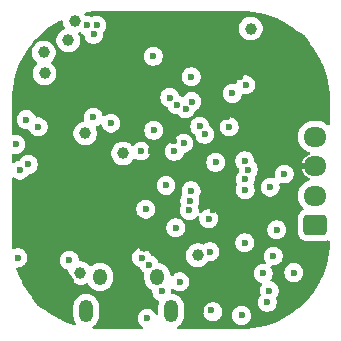
<source format=gbr>
%TF.GenerationSoftware,KiCad,Pcbnew,9.0.5*%
%TF.CreationDate,2025-12-03T11:23:26-08:00*%
%TF.ProjectId,camcontrol,63616d63-6f6e-4747-926f-6c2e6b696361,rev?*%
%TF.SameCoordinates,Original*%
%TF.FileFunction,Copper,L2,Inr*%
%TF.FilePolarity,Positive*%
%FSLAX46Y46*%
G04 Gerber Fmt 4.6, Leading zero omitted, Abs format (unit mm)*
G04 Created by KiCad (PCBNEW 9.0.5) date 2025-12-03 11:23:26*
%MOMM*%
%LPD*%
G01*
G04 APERTURE LIST*
G04 Aperture macros list*
%AMRoundRect*
0 Rectangle with rounded corners*
0 $1 Rounding radius*
0 $2 $3 $4 $5 $6 $7 $8 $9 X,Y pos of 4 corners*
0 Add a 4 corners polygon primitive as box body*
4,1,4,$2,$3,$4,$5,$6,$7,$8,$9,$2,$3,0*
0 Add four circle primitives for the rounded corners*
1,1,$1+$1,$2,$3*
1,1,$1+$1,$4,$5*
1,1,$1+$1,$6,$7*
1,1,$1+$1,$8,$9*
0 Add four rect primitives between the rounded corners*
20,1,$1+$1,$2,$3,$4,$5,0*
20,1,$1+$1,$4,$5,$6,$7,0*
20,1,$1+$1,$6,$7,$8,$9,0*
20,1,$1+$1,$8,$9,$2,$3,0*%
G04 Aperture macros list end*
%TA.AperFunction,ComponentPad*%
%ADD10O,1.200000X1.400000*%
%TD*%
%TA.AperFunction,ComponentPad*%
%ADD11O,1.200000X1.900000*%
%TD*%
%TA.AperFunction,ComponentPad*%
%ADD12C,3.800000*%
%TD*%
%TA.AperFunction,ComponentPad*%
%ADD13RoundRect,0.250000X0.725000X-0.600000X0.725000X0.600000X-0.725000X0.600000X-0.725000X-0.600000X0*%
%TD*%
%TA.AperFunction,ComponentPad*%
%ADD14O,1.950000X1.700000*%
%TD*%
%TA.AperFunction,ViaPad*%
%ADD15C,0.600000*%
%TD*%
%TA.AperFunction,ViaPad*%
%ADD16C,1.000000*%
%TD*%
G04 APERTURE END LIST*
D10*
%TO.N,unconnected-(J2-Shield-Pad6)*%
%TO.C,J2*%
X12834000Y-23000700D03*
%TO.N,N/C*%
X7994000Y-23000700D03*
D11*
X6814000Y-25900700D03*
X14014000Y-25900700D03*
%TD*%
D12*
%TO.N,GND*%
%TO.C,H2*%
X4000000Y-24000000D03*
%TD*%
%TO.N,GND*%
%TO.C,H1*%
X24000000Y-4000000D03*
%TD*%
D13*
%TO.N,/CAM RX*%
%TO.C,J8*%
X26208000Y-18634400D03*
D14*
%TO.N,/CAM TX*%
X26208000Y-16134400D03*
%TO.N,GND*%
X26208000Y-13634400D03*
%TO.N,/CAMPWR*%
X26208000Y-11134400D03*
%TD*%
D15*
%TO.N,GND*%
X21615426Y-997650D03*
X914400Y-18506800D03*
D16*
X18976722Y-17845603D03*
D15*
X5791200Y-7061200D03*
X14222840Y-11512537D03*
X19507200Y-21183600D03*
X4470400Y-16515300D03*
X17473954Y-24532823D03*
X2415637Y-11843939D03*
D16*
X17597568Y-3524474D03*
D15*
X10398785Y-2312482D03*
X6045200Y-12801600D03*
X8003281Y-7195321D03*
X17547964Y-17297323D03*
X23876000Y-15595600D03*
D16*
X5305465Y-4636879D03*
D15*
X5804000Y-9992400D03*
X1429731Y-5055254D03*
X19304000Y-16865600D03*
X11308731Y-25101318D03*
X14790688Y-21806026D03*
X24790400Y-24180800D03*
D16*
X5627800Y-5537200D03*
D15*
X7286495Y-13874000D03*
X5384800Y-15798800D03*
D16*
X2082800Y-19812800D03*
D15*
X5384800Y-16510000D03*
D16*
X16391825Y-2245968D03*
D15*
X4022374Y-8291680D03*
X18750319Y-9485420D03*
X11914400Y-15748000D03*
X6959600Y-20066000D03*
X12677271Y-6817583D03*
X19862800Y-6055600D03*
X16529448Y-25910046D03*
X24333200Y-19710400D03*
D16*
X11680002Y-20380649D03*
X16317399Y-3356022D03*
D15*
X1473200Y-6948400D03*
D16*
X17168642Y-2414879D03*
D15*
X12324955Y-12330232D03*
X4470400Y-15798800D03*
X12508331Y-9543709D03*
X6962800Y-16710000D03*
D16*
X18877458Y-14774238D03*
D15*
%TO.N,+3V3*%
X14278004Y-12361265D03*
X15072402Y-11673207D03*
X24384000Y-22631400D03*
X20228002Y-20116800D03*
X21793200Y-22707600D03*
X14380002Y-18845600D03*
X18914403Y-10298699D03*
X13565200Y-15258103D03*
X2755892Y-10302511D03*
X22376800Y-15395600D03*
X829726Y-11791000D03*
X23588000Y-14289127D03*
X22938800Y-18999200D03*
%TO.N,/SX RST*%
X12519141Y-10592260D03*
X15544800Y-17373600D03*
X11452970Y-12345202D03*
D16*
%TO.N,+5V*%
X5280568Y-2967111D03*
X5840440Y-1341452D03*
X6719450Y-10834250D03*
X20745435Y-1982964D03*
D15*
%TO.N,+1V1*%
X20271341Y-15624238D03*
X15686800Y-15709101D03*
%TO.N,/CAM BATT SENSE *%
X1016000Y-21386800D03*
X5393184Y-21598384D03*
D16*
%TO.N,+12V*%
X3288400Y-5763203D03*
%TO.N,/VIDPWR*%
X3211289Y-3999600D03*
X9927912Y-12545202D03*
D15*
%TO.N,Net-(D1-A)*%
X1201342Y-13958466D03*
%TO.N,Net-(D3-K)*%
X22656800Y-21234400D03*
D16*
%TO.N,+BATT*%
X6293068Y-22671712D03*
X16249828Y-21163600D03*
D15*
%TO.N,/SWCLK*%
X20278002Y-14721468D03*
%TO.N,/SWD*%
X20531979Y-13910296D03*
%TO.N,/BOOTSEL*%
X14742367Y-23420415D03*
%TO.N,Net-(D2-A)*%
X1906351Y-13483633D03*
%TO.N,/CAMSNS*%
X16415633Y-10253259D03*
X19181533Y-7470743D03*
%TO.N,/CAM EN*%
X13876995Y-7813185D03*
X7717800Y-1676400D03*
%TO.N,/CAM DIAG EN*%
X15710952Y-6055205D03*
X7448577Y-2469105D03*
%TO.N,/VIDSNS*%
X12496878Y-4318160D03*
X16834000Y-10935146D03*
%TO.N,/SCLK*%
X20227999Y-13170296D03*
%TO.N,/BUSY*%
X6867970Y-1693510D03*
X17191160Y-18076527D03*
X20314046Y-6746209D03*
%TO.N,/MISO*%
X14478039Y-8414227D03*
%TO.N,/SX CS*%
X15764762Y-8155205D03*
%TO.N,/MOSI*%
X15219920Y-8760799D03*
%TO.N,/QSPI_SCLK*%
X22148800Y-25146000D03*
X11851200Y-17258994D03*
%TO.N,/QSPI_SD2*%
X12157094Y-21971022D03*
X13208000Y-24231600D03*
%TO.N,/QSPI_SDO*%
X11496267Y-21365047D03*
X19964400Y-26263600D03*
%TO.N,/QSPI_SD3*%
X15584000Y-16562862D03*
X22305705Y-24161919D03*
%TO.N,/TX BATT SENSE *%
X17780998Y-13296043D03*
X1752600Y-9677400D03*
%TO.N,Net-(D4-K)*%
X7404000Y-9485202D03*
X8908394Y-9975434D03*
%TO.N,/TXEN*%
X17278004Y-20875086D03*
X17400023Y-25832823D03*
%TO.N,/RXEN*%
X11961014Y-26495709D03*
%TD*%
%TA.AperFunction,Conductor*%
%TO.N,GND*%
G36*
X19942107Y-500571D02*
G01*
X20447564Y-517838D01*
X20455987Y-518415D01*
X20956994Y-569920D01*
X20965332Y-571066D01*
X21461648Y-656640D01*
X21469937Y-658362D01*
X21959240Y-777602D01*
X21967354Y-779875D01*
X22408973Y-920039D01*
X22447400Y-932235D01*
X22455355Y-935061D01*
X22923906Y-1119835D01*
X22931614Y-1123183D01*
X23386439Y-1339489D01*
X23393931Y-1343370D01*
X23688580Y-1509043D01*
X23832926Y-1590205D01*
X23840160Y-1594604D01*
X24261284Y-1870819D01*
X24268185Y-1875690D01*
X24669485Y-2180006D01*
X24676029Y-2185330D01*
X24989799Y-2458924D01*
X25055612Y-2516310D01*
X25061800Y-2522089D01*
X25417910Y-2878199D01*
X25423689Y-2884387D01*
X25754666Y-3263966D01*
X25759996Y-3270517D01*
X26064303Y-3671806D01*
X26069186Y-3678723D01*
X26345395Y-4099839D01*
X26349794Y-4107073D01*
X26596622Y-4546055D01*
X26600516Y-4553571D01*
X26791559Y-4955278D01*
X26816808Y-5008368D01*
X26820170Y-5016107D01*
X27004929Y-5484621D01*
X27007764Y-5492599D01*
X27160118Y-5972626D01*
X27162402Y-5980779D01*
X27281636Y-6470061D01*
X27283359Y-6478351D01*
X27368929Y-6974642D01*
X27370082Y-6983030D01*
X27421583Y-7483999D01*
X27422161Y-7492446D01*
X27439428Y-7997891D01*
X27439500Y-8002125D01*
X27439500Y-10031642D01*
X27419815Y-10098681D01*
X27367011Y-10144436D01*
X27297853Y-10154380D01*
X27234297Y-10125355D01*
X27227819Y-10119323D01*
X27212786Y-10104290D01*
X27040820Y-9979351D01*
X26851414Y-9882844D01*
X26851413Y-9882843D01*
X26851412Y-9882843D01*
X26649243Y-9817154D01*
X26649241Y-9817153D01*
X26649240Y-9817153D01*
X26487957Y-9791608D01*
X26439287Y-9783900D01*
X25976713Y-9783900D01*
X25928042Y-9791608D01*
X25766760Y-9817153D01*
X25564585Y-9882844D01*
X25375179Y-9979351D01*
X25203213Y-10104290D01*
X25052890Y-10254613D01*
X24927951Y-10426579D01*
X24831444Y-10615985D01*
X24765753Y-10818160D01*
X24732500Y-11028113D01*
X24732500Y-11240686D01*
X24764929Y-11445438D01*
X24765754Y-11450643D01*
X24831138Y-11651874D01*
X24831444Y-11652814D01*
X24927951Y-11842220D01*
X25052890Y-12014186D01*
X25203213Y-12164509D01*
X25375179Y-12289448D01*
X25375181Y-12289449D01*
X25375184Y-12289451D01*
X25564588Y-12385957D01*
X25686877Y-12425691D01*
X25744553Y-12465129D01*
X25771751Y-12529487D01*
X25759836Y-12598334D01*
X25712592Y-12649809D01*
X25696012Y-12658183D01*
X25585641Y-12703900D01*
X25585631Y-12703905D01*
X25413664Y-12818810D01*
X25413660Y-12818813D01*
X25267413Y-12965060D01*
X25267410Y-12965064D01*
X25152505Y-13137031D01*
X25152500Y-13137041D01*
X25073351Y-13328123D01*
X25073350Y-13328125D01*
X25062157Y-13384400D01*
X25803854Y-13384400D01*
X25765370Y-13451057D01*
X25733000Y-13571865D01*
X25733000Y-13696935D01*
X25765370Y-13817743D01*
X25803854Y-13884400D01*
X25062157Y-13884400D01*
X25073350Y-13940674D01*
X25073351Y-13940676D01*
X25152500Y-14131758D01*
X25152505Y-14131768D01*
X25267410Y-14303735D01*
X25267413Y-14303739D01*
X25413660Y-14449986D01*
X25413664Y-14449989D01*
X25585631Y-14564894D01*
X25585644Y-14564901D01*
X25696011Y-14610616D01*
X25750415Y-14654457D01*
X25772480Y-14720751D01*
X25755201Y-14788450D01*
X25704064Y-14836061D01*
X25686878Y-14843108D01*
X25564583Y-14882844D01*
X25375179Y-14979351D01*
X25203213Y-15104290D01*
X25052890Y-15254613D01*
X24927951Y-15426579D01*
X24831444Y-15615985D01*
X24765753Y-15818160D01*
X24732500Y-16028113D01*
X24732500Y-16240686D01*
X24756778Y-16393975D01*
X24765754Y-16450643D01*
X24827834Y-16641706D01*
X24831444Y-16652814D01*
X24927951Y-16842220D01*
X25052890Y-17014186D01*
X25191705Y-17153001D01*
X25225190Y-17214324D01*
X25220206Y-17284016D01*
X25178334Y-17339949D01*
X25169121Y-17346221D01*
X25014342Y-17441689D01*
X24890289Y-17565742D01*
X24798187Y-17715063D01*
X24798185Y-17715068D01*
X24780220Y-17769283D01*
X24743001Y-17881603D01*
X24743001Y-17881604D01*
X24743000Y-17881604D01*
X24732500Y-17984383D01*
X24732500Y-19284401D01*
X24732501Y-19284418D01*
X24743000Y-19387196D01*
X24743001Y-19387199D01*
X24798185Y-19553731D01*
X24798187Y-19553736D01*
X24798963Y-19554994D01*
X24890288Y-19703056D01*
X25014344Y-19827112D01*
X25163666Y-19919214D01*
X25330203Y-19974399D01*
X25432991Y-19984900D01*
X26983008Y-19984899D01*
X27085797Y-19974399D01*
X27252334Y-19919214D01*
X27252343Y-19919208D01*
X27258882Y-19916160D01*
X27260117Y-19918809D01*
X27314674Y-19903859D01*
X27381345Y-19924756D01*
X27426136Y-19978381D01*
X27436354Y-20032072D01*
X27422161Y-20447552D01*
X27421583Y-20456000D01*
X27370082Y-20956969D01*
X27368929Y-20965357D01*
X27283359Y-21461648D01*
X27281636Y-21469938D01*
X27162402Y-21959220D01*
X27160118Y-21967373D01*
X27007764Y-22447400D01*
X27004929Y-22455378D01*
X26994703Y-22481310D01*
X26820174Y-22923882D01*
X26816808Y-22931631D01*
X26600517Y-23386426D01*
X26596622Y-23393944D01*
X26349794Y-23832926D01*
X26345395Y-23840160D01*
X26069186Y-24261276D01*
X26064303Y-24268193D01*
X25760003Y-24669473D01*
X25754659Y-24676041D01*
X25423689Y-25055612D01*
X25417910Y-25061800D01*
X25061800Y-25417910D01*
X25055612Y-25423689D01*
X24676041Y-25754659D01*
X24669473Y-25760003D01*
X24268193Y-26064303D01*
X24261276Y-26069186D01*
X23840160Y-26345395D01*
X23832926Y-26349794D01*
X23393944Y-26596622D01*
X23386426Y-26600517D01*
X22931631Y-26816808D01*
X22923882Y-26820174D01*
X22549967Y-26967628D01*
X22455378Y-27004929D01*
X22447400Y-27007764D01*
X21967373Y-27160118D01*
X21959220Y-27162402D01*
X21469938Y-27281636D01*
X21461648Y-27283359D01*
X20965357Y-27368929D01*
X20956969Y-27370082D01*
X20456000Y-27421583D01*
X20447553Y-27422161D01*
X19981606Y-27438078D01*
X19942106Y-27439428D01*
X19937875Y-27439500D01*
X14621406Y-27439500D01*
X14554367Y-27419815D01*
X14508612Y-27367011D01*
X14498668Y-27297853D01*
X14527693Y-27234297D01*
X14565111Y-27205015D01*
X14566791Y-27204159D01*
X14590788Y-27191932D01*
X14730928Y-27090114D01*
X14853414Y-26967628D01*
X14955232Y-26827488D01*
X15033873Y-26673145D01*
X15087402Y-26508401D01*
X15114500Y-26337311D01*
X15114500Y-25879953D01*
X16725500Y-25879953D01*
X16725500Y-26037646D01*
X16756261Y-26192289D01*
X16756264Y-26192301D01*
X16816602Y-26337972D01*
X16816609Y-26337985D01*
X16904210Y-26469088D01*
X16904213Y-26469092D01*
X17015707Y-26580586D01*
X17015711Y-26580589D01*
X17146814Y-26668190D01*
X17146827Y-26668197D01*
X17292498Y-26728535D01*
X17292503Y-26728537D01*
X17447153Y-26759299D01*
X17447156Y-26759300D01*
X17447158Y-26759300D01*
X17604844Y-26759300D01*
X17604845Y-26759299D01*
X17759497Y-26728537D01*
X17872166Y-26681867D01*
X17905172Y-26668197D01*
X17905172Y-26668196D01*
X17905179Y-26668194D01*
X18036289Y-26580589D01*
X18147789Y-26469089D01*
X18235394Y-26337979D01*
X18295737Y-26192297D01*
X18297238Y-26184753D01*
X19163900Y-26184753D01*
X19163900Y-26342446D01*
X19194661Y-26497089D01*
X19194664Y-26497101D01*
X19255002Y-26642772D01*
X19255009Y-26642785D01*
X19342610Y-26773888D01*
X19342613Y-26773892D01*
X19454107Y-26885386D01*
X19454111Y-26885389D01*
X19585214Y-26972990D01*
X19585227Y-26972997D01*
X19730898Y-27033335D01*
X19730903Y-27033337D01*
X19885553Y-27064099D01*
X19885556Y-27064100D01*
X19885558Y-27064100D01*
X20043244Y-27064100D01*
X20043245Y-27064099D01*
X20197897Y-27033337D01*
X20343579Y-26972994D01*
X20474689Y-26885389D01*
X20586189Y-26773889D01*
X20673794Y-26642779D01*
X20734137Y-26497097D01*
X20764900Y-26342442D01*
X20764900Y-26184758D01*
X20764900Y-26184755D01*
X20764899Y-26184753D01*
X20751330Y-26116536D01*
X20734137Y-26030103D01*
X20699508Y-25946500D01*
X20673797Y-25884427D01*
X20673790Y-25884414D01*
X20586189Y-25753311D01*
X20586186Y-25753307D01*
X20474692Y-25641813D01*
X20474688Y-25641810D01*
X20343585Y-25554209D01*
X20343572Y-25554202D01*
X20197901Y-25493864D01*
X20197889Y-25493861D01*
X20043245Y-25463100D01*
X20043242Y-25463100D01*
X19885558Y-25463100D01*
X19885555Y-25463100D01*
X19730910Y-25493861D01*
X19730898Y-25493864D01*
X19585227Y-25554202D01*
X19585214Y-25554209D01*
X19454111Y-25641810D01*
X19454107Y-25641813D01*
X19342613Y-25753307D01*
X19342610Y-25753311D01*
X19255009Y-25884414D01*
X19255002Y-25884427D01*
X19194664Y-26030098D01*
X19194661Y-26030110D01*
X19163900Y-26184753D01*
X18297238Y-26184753D01*
X18304737Y-26147054D01*
X18326499Y-26037646D01*
X18326500Y-26037644D01*
X18326500Y-25879955D01*
X18326499Y-25879953D01*
X18321613Y-25855390D01*
X18295737Y-25725303D01*
X18267151Y-25656289D01*
X18235397Y-25579627D01*
X18235390Y-25579614D01*
X18147789Y-25448511D01*
X18147786Y-25448507D01*
X18036292Y-25337013D01*
X18036288Y-25337010D01*
X17905185Y-25249409D01*
X17905172Y-25249402D01*
X17759501Y-25189064D01*
X17759489Y-25189061D01*
X17604845Y-25158300D01*
X17604842Y-25158300D01*
X17447158Y-25158300D01*
X17447155Y-25158300D01*
X17292510Y-25189061D01*
X17292498Y-25189064D01*
X17146827Y-25249402D01*
X17146814Y-25249409D01*
X17015711Y-25337010D01*
X17015707Y-25337013D01*
X16904213Y-25448507D01*
X16904210Y-25448511D01*
X16816609Y-25579614D01*
X16816602Y-25579627D01*
X16756264Y-25725298D01*
X16756261Y-25725310D01*
X16725500Y-25879953D01*
X15114500Y-25879953D01*
X15114500Y-25464089D01*
X15087402Y-25292999D01*
X15033873Y-25128255D01*
X14955232Y-24973912D01*
X14853414Y-24833772D01*
X14730928Y-24711286D01*
X14590788Y-24609468D01*
X14436445Y-24530827D01*
X14271701Y-24477298D01*
X14271699Y-24477297D01*
X14271698Y-24477297D01*
X14111742Y-24451963D01*
X14048607Y-24422034D01*
X14011676Y-24362722D01*
X14007164Y-24331912D01*
X14006901Y-24318477D01*
X14008500Y-24310442D01*
X14008500Y-24152758D01*
X14003137Y-24125800D01*
X14002923Y-24114810D01*
X14009334Y-24091282D01*
X14011508Y-24066990D01*
X14018358Y-24058171D01*
X14021294Y-24047399D01*
X14039409Y-24031071D01*
X14054370Y-24011812D01*
X14064899Y-24008097D01*
X14073194Y-24000621D01*
X14097262Y-23996679D01*
X14120259Y-23988566D01*
X14131125Y-23991133D01*
X14142145Y-23989329D01*
X14164523Y-23999025D01*
X14188257Y-24004633D01*
X14202453Y-24015459D01*
X14206256Y-24017107D01*
X14207974Y-24019669D01*
X14214580Y-24024707D01*
X14232074Y-24042201D01*
X14232078Y-24042204D01*
X14363181Y-24129805D01*
X14363194Y-24129812D01*
X14508865Y-24190150D01*
X14508870Y-24190152D01*
X14663520Y-24220914D01*
X14663523Y-24220915D01*
X14663525Y-24220915D01*
X14821211Y-24220915D01*
X14821212Y-24220914D01*
X14975864Y-24190152D01*
X15088533Y-24143482D01*
X15121539Y-24129812D01*
X15121539Y-24129811D01*
X15121546Y-24129809D01*
X15252656Y-24042204D01*
X15364156Y-23930704D01*
X15451761Y-23799594D01*
X15512104Y-23653912D01*
X15542867Y-23499257D01*
X15542867Y-23341573D01*
X15542867Y-23341570D01*
X15542866Y-23341568D01*
X15525286Y-23253189D01*
X15512104Y-23186918D01*
X15495003Y-23145632D01*
X15451764Y-23041242D01*
X15451757Y-23041229D01*
X15364156Y-22910126D01*
X15364153Y-22910122D01*
X15252659Y-22798628D01*
X15252655Y-22798625D01*
X15143665Y-22725800D01*
X15143616Y-22725768D01*
X15121546Y-22711021D01*
X15121539Y-22711017D01*
X14975868Y-22650679D01*
X14975856Y-22650676D01*
X14865643Y-22628753D01*
X20992700Y-22628753D01*
X20992700Y-22786446D01*
X21023461Y-22941089D01*
X21023464Y-22941101D01*
X21083802Y-23086772D01*
X21083809Y-23086785D01*
X21171410Y-23217888D01*
X21171413Y-23217892D01*
X21282907Y-23329386D01*
X21282911Y-23329389D01*
X21414014Y-23416990D01*
X21414027Y-23416997D01*
X21499808Y-23452528D01*
X21559703Y-23477337D01*
X21573908Y-23480162D01*
X21590126Y-23483389D01*
X21652037Y-23515774D01*
X21686611Y-23576489D01*
X21682872Y-23646259D01*
X21669037Y-23673897D01*
X21596314Y-23782733D01*
X21596307Y-23782746D01*
X21535969Y-23928417D01*
X21535966Y-23928429D01*
X21505205Y-24083072D01*
X21505205Y-24240765D01*
X21535966Y-24395408D01*
X21535969Y-24395420D01*
X21572018Y-24482450D01*
X21579487Y-24551919D01*
X21548212Y-24614398D01*
X21545140Y-24617581D01*
X21527012Y-24635708D01*
X21527008Y-24635714D01*
X21439409Y-24766814D01*
X21439402Y-24766827D01*
X21379064Y-24912498D01*
X21379061Y-24912510D01*
X21348300Y-25067153D01*
X21348300Y-25224846D01*
X21379061Y-25379489D01*
X21379064Y-25379501D01*
X21439402Y-25525172D01*
X21439409Y-25525185D01*
X21527010Y-25656288D01*
X21527013Y-25656292D01*
X21638507Y-25767786D01*
X21638511Y-25767789D01*
X21769614Y-25855390D01*
X21769627Y-25855397D01*
X21839713Y-25884427D01*
X21915303Y-25915737D01*
X22069953Y-25946499D01*
X22069956Y-25946500D01*
X22069958Y-25946500D01*
X22227644Y-25946500D01*
X22227645Y-25946499D01*
X22382297Y-25915737D01*
X22527979Y-25855394D01*
X22659089Y-25767789D01*
X22770589Y-25656289D01*
X22858194Y-25525179D01*
X22918537Y-25379497D01*
X22949300Y-25224842D01*
X22949300Y-25067158D01*
X22949300Y-25067155D01*
X22949299Y-25067153D01*
X22918538Y-24912510D01*
X22918537Y-24912503D01*
X22882485Y-24825467D01*
X22875017Y-24756000D01*
X22906292Y-24693520D01*
X22909346Y-24690355D01*
X22927494Y-24672208D01*
X23015099Y-24541098D01*
X23075442Y-24395416D01*
X23106205Y-24240761D01*
X23106205Y-24083077D01*
X23106205Y-24083074D01*
X23106204Y-24083072D01*
X23093592Y-24019669D01*
X23075442Y-23928422D01*
X23029551Y-23817630D01*
X23015102Y-23782746D01*
X23015095Y-23782733D01*
X22927494Y-23651630D01*
X22927491Y-23651626D01*
X22815997Y-23540132D01*
X22815993Y-23540129D01*
X22684890Y-23452528D01*
X22684877Y-23452521D01*
X22539206Y-23392183D01*
X22539199Y-23392181D01*
X22508775Y-23386129D01*
X22446865Y-23353743D01*
X22412292Y-23293026D01*
X22416033Y-23223257D01*
X22429865Y-23195624D01*
X22502594Y-23086779D01*
X22562937Y-22941097D01*
X22593700Y-22786442D01*
X22593700Y-22628758D01*
X22593700Y-22628755D01*
X22593699Y-22628753D01*
X22582144Y-22570657D01*
X22578543Y-22552553D01*
X23583500Y-22552553D01*
X23583500Y-22710246D01*
X23614261Y-22864889D01*
X23614264Y-22864901D01*
X23674602Y-23010572D01*
X23674609Y-23010585D01*
X23762210Y-23141688D01*
X23762213Y-23141692D01*
X23873707Y-23253186D01*
X23873711Y-23253189D01*
X24004814Y-23340790D01*
X24004827Y-23340797D01*
X24128886Y-23392183D01*
X24150503Y-23401137D01*
X24305153Y-23431899D01*
X24305156Y-23431900D01*
X24305158Y-23431900D01*
X24462844Y-23431900D01*
X24462845Y-23431899D01*
X24617497Y-23401137D01*
X24731917Y-23353743D01*
X24763172Y-23340797D01*
X24763172Y-23340796D01*
X24763179Y-23340794D01*
X24894289Y-23253189D01*
X25005789Y-23141689D01*
X25093394Y-23010579D01*
X25153737Y-22864897D01*
X25184500Y-22710242D01*
X25184500Y-22552558D01*
X25184500Y-22552555D01*
X25184499Y-22552553D01*
X25178614Y-22522968D01*
X25153737Y-22397903D01*
X25145145Y-22377160D01*
X25093397Y-22252227D01*
X25093390Y-22252214D01*
X25005789Y-22121111D01*
X25005786Y-22121107D01*
X24894292Y-22009613D01*
X24894288Y-22009610D01*
X24763185Y-21922009D01*
X24763172Y-21922002D01*
X24617501Y-21861664D01*
X24617489Y-21861661D01*
X24462845Y-21830900D01*
X24462842Y-21830900D01*
X24305158Y-21830900D01*
X24305155Y-21830900D01*
X24150510Y-21861661D01*
X24150498Y-21861664D01*
X24004827Y-21922002D01*
X24004814Y-21922009D01*
X23873711Y-22009610D01*
X23873707Y-22009613D01*
X23762213Y-22121107D01*
X23762210Y-22121111D01*
X23674609Y-22252214D01*
X23674602Y-22252227D01*
X23614264Y-22397898D01*
X23614261Y-22397910D01*
X23583500Y-22552553D01*
X22578543Y-22552553D01*
X22562938Y-22474108D01*
X22562937Y-22474107D01*
X22562937Y-22474103D01*
X22551876Y-22447400D01*
X22502597Y-22328427D01*
X22502595Y-22328423D01*
X22502594Y-22328421D01*
X22431171Y-22221530D01*
X22410294Y-22154854D01*
X22428778Y-22087474D01*
X22480757Y-22040783D01*
X22549727Y-22029607D01*
X22558467Y-22031023D01*
X22577957Y-22034900D01*
X22577958Y-22034900D01*
X22735644Y-22034900D01*
X22735645Y-22034899D01*
X22890297Y-22004137D01*
X23035979Y-21943794D01*
X23167089Y-21856189D01*
X23278589Y-21744689D01*
X23366194Y-21613579D01*
X23426537Y-21467897D01*
X23457300Y-21313242D01*
X23457300Y-21155558D01*
X23457300Y-21155555D01*
X23457299Y-21155553D01*
X23452523Y-21131545D01*
X23426537Y-21000903D01*
X23420308Y-20985865D01*
X23366197Y-20855227D01*
X23366190Y-20855214D01*
X23278589Y-20724111D01*
X23278586Y-20724107D01*
X23167092Y-20612613D01*
X23167088Y-20612610D01*
X23035985Y-20525009D01*
X23035972Y-20525002D01*
X22890301Y-20464664D01*
X22890289Y-20464661D01*
X22735645Y-20433900D01*
X22735642Y-20433900D01*
X22577958Y-20433900D01*
X22577955Y-20433900D01*
X22423310Y-20464661D01*
X22423298Y-20464664D01*
X22277627Y-20525002D01*
X22277614Y-20525009D01*
X22146511Y-20612610D01*
X22146507Y-20612613D01*
X22035013Y-20724107D01*
X22035010Y-20724111D01*
X21947409Y-20855214D01*
X21947402Y-20855227D01*
X21887064Y-21000898D01*
X21887061Y-21000910D01*
X21856300Y-21155553D01*
X21856300Y-21313246D01*
X21887061Y-21467889D01*
X21887064Y-21467901D01*
X21947402Y-21613572D01*
X21947409Y-21613585D01*
X22018827Y-21720468D01*
X22039705Y-21787145D01*
X22021221Y-21854525D01*
X21969242Y-21901216D01*
X21900272Y-21912392D01*
X21891536Y-21910977D01*
X21872043Y-21907100D01*
X21872042Y-21907100D01*
X21714358Y-21907100D01*
X21714355Y-21907100D01*
X21559710Y-21937861D01*
X21559698Y-21937864D01*
X21414027Y-21998202D01*
X21414014Y-21998209D01*
X21282911Y-22085810D01*
X21282907Y-22085813D01*
X21171413Y-22197307D01*
X21171410Y-22197311D01*
X21083809Y-22328414D01*
X21083802Y-22328427D01*
X21023464Y-22474098D01*
X21023461Y-22474110D01*
X20992700Y-22628753D01*
X14865643Y-22628753D01*
X14821212Y-22619915D01*
X14821209Y-22619915D01*
X14663525Y-22619915D01*
X14663522Y-22619915D01*
X14508877Y-22650676D01*
X14508865Y-22650679D01*
X14363194Y-22711017D01*
X14363181Y-22711024D01*
X14232078Y-22798625D01*
X14145156Y-22885547D01*
X14083832Y-22919031D01*
X14014141Y-22914047D01*
X13958207Y-22872175D01*
X13935002Y-22817262D01*
X13934500Y-22814092D01*
X13934500Y-22814089D01*
X13911104Y-22666371D01*
X13907403Y-22643003D01*
X13907402Y-22643002D01*
X13907402Y-22642999D01*
X13853873Y-22478255D01*
X13775232Y-22323912D01*
X13673414Y-22183772D01*
X13550928Y-22061286D01*
X13410788Y-21959468D01*
X13256445Y-21880827D01*
X13091701Y-21827298D01*
X13091699Y-21827297D01*
X13023637Y-21816517D01*
X12960502Y-21786587D01*
X12928474Y-21741496D01*
X12926832Y-21737533D01*
X12926831Y-21737525D01*
X12866488Y-21591843D01*
X12866486Y-21591840D01*
X12866484Y-21591836D01*
X12778883Y-21460733D01*
X12778880Y-21460729D01*
X12667386Y-21349235D01*
X12667382Y-21349232D01*
X12537045Y-21262143D01*
X15249327Y-21262143D01*
X15287775Y-21455429D01*
X15287778Y-21455439D01*
X15363192Y-21637507D01*
X15363199Y-21637520D01*
X15472688Y-21801381D01*
X15472691Y-21801385D01*
X15612042Y-21940736D01*
X15612046Y-21940739D01*
X15775907Y-22050228D01*
X15775920Y-22050235D01*
X15947032Y-22121111D01*
X15957993Y-22125651D01*
X15957997Y-22125651D01*
X15957998Y-22125652D01*
X16151284Y-22164100D01*
X16151287Y-22164100D01*
X16348371Y-22164100D01*
X16495759Y-22134782D01*
X16541663Y-22125651D01*
X16723742Y-22050232D01*
X16887610Y-21940739D01*
X17026967Y-21801382D01*
X17075330Y-21728999D01*
X17128940Y-21684197D01*
X17192982Y-21676151D01*
X17193097Y-21674989D01*
X17198220Y-21675493D01*
X17198265Y-21675488D01*
X17198385Y-21675509D01*
X17199160Y-21675586D01*
X17199162Y-21675586D01*
X17356848Y-21675586D01*
X17356849Y-21675585D01*
X17511501Y-21644823D01*
X17657183Y-21584480D01*
X17788293Y-21496875D01*
X17899793Y-21385375D01*
X17987398Y-21254265D01*
X18047741Y-21108583D01*
X18078504Y-20953928D01*
X18078504Y-20796244D01*
X18078504Y-20796241D01*
X18078503Y-20796239D01*
X18067964Y-20743257D01*
X18047741Y-20641589D01*
X18046532Y-20638671D01*
X17987401Y-20495913D01*
X17987394Y-20495900D01*
X17899793Y-20364797D01*
X17899790Y-20364793D01*
X17788296Y-20253299D01*
X17788292Y-20253296D01*
X17657189Y-20165695D01*
X17657176Y-20165688D01*
X17610674Y-20146427D01*
X17511505Y-20105350D01*
X17511493Y-20105347D01*
X17356849Y-20074586D01*
X17356846Y-20074586D01*
X17199162Y-20074586D01*
X17199159Y-20074586D01*
X17044514Y-20105347D01*
X17044502Y-20105350D01*
X16898831Y-20165688D01*
X16898818Y-20165695D01*
X16784127Y-20242330D01*
X16717449Y-20263208D01*
X16667784Y-20253789D01*
X16541667Y-20201550D01*
X16541657Y-20201547D01*
X16348371Y-20163100D01*
X16348369Y-20163100D01*
X16151287Y-20163100D01*
X16151285Y-20163100D01*
X15957998Y-20201547D01*
X15957988Y-20201550D01*
X15775920Y-20276964D01*
X15775907Y-20276971D01*
X15612046Y-20386460D01*
X15612042Y-20386463D01*
X15472691Y-20525814D01*
X15472688Y-20525818D01*
X15363199Y-20689679D01*
X15363192Y-20689692D01*
X15287778Y-20871760D01*
X15287775Y-20871770D01*
X15249328Y-21065056D01*
X15249328Y-21065059D01*
X15249328Y-21262141D01*
X15249328Y-21262143D01*
X15249327Y-21262143D01*
X12537045Y-21262143D01*
X12536279Y-21261631D01*
X12536266Y-21261624D01*
X12390593Y-21201285D01*
X12390584Y-21201282D01*
X12351301Y-21193469D01*
X12344266Y-21189789D01*
X12336332Y-21189506D01*
X12313748Y-21173825D01*
X12289390Y-21161084D01*
X12283998Y-21153169D01*
X12278940Y-21149657D01*
X12260935Y-21119312D01*
X12205661Y-20985868D01*
X12205659Y-20985865D01*
X12205657Y-20985861D01*
X12118056Y-20854758D01*
X12118053Y-20854754D01*
X12006559Y-20743260D01*
X12006555Y-20743257D01*
X11875452Y-20655656D01*
X11875439Y-20655649D01*
X11729768Y-20595311D01*
X11729756Y-20595308D01*
X11575112Y-20564547D01*
X11575109Y-20564547D01*
X11417425Y-20564547D01*
X11417422Y-20564547D01*
X11262777Y-20595308D01*
X11262765Y-20595311D01*
X11117094Y-20655649D01*
X11117081Y-20655656D01*
X10985978Y-20743257D01*
X10985974Y-20743260D01*
X10874480Y-20854754D01*
X10874477Y-20854758D01*
X10786876Y-20985861D01*
X10786869Y-20985874D01*
X10726531Y-21131545D01*
X10726528Y-21131557D01*
X10695767Y-21286200D01*
X10695767Y-21443893D01*
X10726528Y-21598536D01*
X10726531Y-21598548D01*
X10786869Y-21744219D01*
X10786876Y-21744232D01*
X10874477Y-21875335D01*
X10874479Y-21875338D01*
X10985974Y-21986833D01*
X10985978Y-21986836D01*
X11117081Y-22074437D01*
X11117094Y-22074444D01*
X11240723Y-22125652D01*
X11262770Y-22134784D01*
X11302059Y-22142599D01*
X11363969Y-22174983D01*
X11392428Y-22216763D01*
X11447698Y-22350198D01*
X11447703Y-22350207D01*
X11535304Y-22481310D01*
X11535307Y-22481314D01*
X11646801Y-22592808D01*
X11646806Y-22592812D01*
X11690894Y-22622270D01*
X11735700Y-22675881D01*
X11744478Y-22744771D01*
X11733500Y-22814083D01*
X11733500Y-23187310D01*
X11757932Y-23341573D01*
X11760598Y-23358401D01*
X11814127Y-23523145D01*
X11892768Y-23677488D01*
X11994586Y-23817628D01*
X12117072Y-23940114D01*
X12210642Y-24008097D01*
X12257213Y-24041933D01*
X12310942Y-24069308D01*
X12339794Y-24084009D01*
X12390590Y-24131983D01*
X12407500Y-24194494D01*
X12407500Y-24310446D01*
X12438261Y-24465089D01*
X12438264Y-24465101D01*
X12498602Y-24610772D01*
X12498609Y-24610785D01*
X12586210Y-24741888D01*
X12586213Y-24741892D01*
X12697707Y-24853386D01*
X12697711Y-24853389D01*
X12828814Y-24940990D01*
X12828818Y-24940992D01*
X12828821Y-24940994D01*
X12922248Y-24979692D01*
X12976649Y-25023531D01*
X12998714Y-25089825D01*
X12992724Y-25132570D01*
X12940597Y-25293001D01*
X12913500Y-25464089D01*
X12913500Y-26080015D01*
X12893815Y-26147054D01*
X12841011Y-26192809D01*
X12771853Y-26202753D01*
X12708297Y-26173728D01*
X12674939Y-26127469D01*
X12670410Y-26116536D01*
X12670408Y-26116530D01*
X12670406Y-26116527D01*
X12670404Y-26116523D01*
X12582803Y-25985420D01*
X12582800Y-25985416D01*
X12471306Y-25873922D01*
X12471302Y-25873919D01*
X12340199Y-25786318D01*
X12340186Y-25786311D01*
X12194515Y-25725973D01*
X12194503Y-25725970D01*
X12039859Y-25695209D01*
X12039856Y-25695209D01*
X11882172Y-25695209D01*
X11882169Y-25695209D01*
X11727524Y-25725970D01*
X11727512Y-25725973D01*
X11581841Y-25786311D01*
X11581828Y-25786318D01*
X11450725Y-25873919D01*
X11450721Y-25873922D01*
X11339227Y-25985416D01*
X11339224Y-25985420D01*
X11251623Y-26116523D01*
X11251616Y-26116536D01*
X11191278Y-26262207D01*
X11191275Y-26262219D01*
X11160514Y-26416862D01*
X11160514Y-26574555D01*
X11191275Y-26729198D01*
X11191278Y-26729210D01*
X11251616Y-26874881D01*
X11251623Y-26874894D01*
X11339224Y-27005997D01*
X11339227Y-27006001D01*
X11450721Y-27117495D01*
X11450725Y-27117498D01*
X11581831Y-27205101D01*
X11583773Y-27206139D01*
X11584599Y-27206950D01*
X11586900Y-27208488D01*
X11586608Y-27208924D01*
X11633619Y-27255099D01*
X11649083Y-27323235D01*
X11625255Y-27388916D01*
X11569700Y-27431288D01*
X11525325Y-27439500D01*
X8002125Y-27439500D01*
X7997893Y-27439428D01*
X7955922Y-27437994D01*
X7492446Y-27422161D01*
X7484000Y-27421583D01*
X7447870Y-27417869D01*
X7383195Y-27391432D01*
X7343080Y-27334226D01*
X7340260Y-27264414D01*
X7375632Y-27204159D01*
X7387664Y-27194201D01*
X7390784Y-27191933D01*
X7390788Y-27191932D01*
X7530928Y-27090114D01*
X7653414Y-26967628D01*
X7755232Y-26827488D01*
X7833873Y-26673145D01*
X7887402Y-26508401D01*
X7914500Y-26337311D01*
X7914500Y-25464089D01*
X7887402Y-25292999D01*
X7833873Y-25128255D01*
X7755232Y-24973912D01*
X7653414Y-24833772D01*
X7530928Y-24711286D01*
X7390788Y-24609468D01*
X7236445Y-24530827D01*
X7071701Y-24477298D01*
X7071699Y-24477297D01*
X7071698Y-24477297D01*
X6940271Y-24456481D01*
X6900611Y-24450200D01*
X6727389Y-24450200D01*
X6687728Y-24456481D01*
X6556302Y-24477297D01*
X6391552Y-24530828D01*
X6237211Y-24609468D01*
X6157256Y-24667559D01*
X6097072Y-24711286D01*
X6097070Y-24711288D01*
X6097069Y-24711288D01*
X5974588Y-24833769D01*
X5974588Y-24833770D01*
X5974586Y-24833772D01*
X5930859Y-24893956D01*
X5872768Y-24973911D01*
X5794128Y-25128252D01*
X5740597Y-25293002D01*
X5726899Y-25379489D01*
X5713500Y-25464089D01*
X5713500Y-26337311D01*
X5715148Y-26347718D01*
X5738807Y-26497097D01*
X5740598Y-26508401D01*
X5794127Y-26673145D01*
X5869045Y-26820182D01*
X5872770Y-26827491D01*
X5935200Y-26913419D01*
X5958680Y-26979225D01*
X5942855Y-27047279D01*
X5892749Y-27095974D01*
X5824271Y-27109849D01*
X5797370Y-27104494D01*
X5492599Y-27007764D01*
X5484628Y-27004931D01*
X5016107Y-26820170D01*
X5008368Y-26816808D01*
X4824167Y-26729206D01*
X4553571Y-26600516D01*
X4546055Y-26596622D01*
X4517540Y-26580589D01*
X4399994Y-26514496D01*
X4107073Y-26349794D01*
X4099839Y-26345395D01*
X3678723Y-26069186D01*
X3671806Y-26064303D01*
X3270517Y-25759996D01*
X3263966Y-25754666D01*
X2884387Y-25423689D01*
X2878199Y-25417910D01*
X2522089Y-25061800D01*
X2516310Y-25055612D01*
X2482258Y-25016560D01*
X2185330Y-24676029D01*
X2180006Y-24669485D01*
X1875690Y-24268185D01*
X1870813Y-24261276D01*
X1857357Y-24240761D01*
X1594604Y-23840160D01*
X1590205Y-23832926D01*
X1498808Y-23670377D01*
X1343370Y-23393931D01*
X1339489Y-23386439D01*
X1123183Y-22931614D01*
X1119835Y-22923906D01*
X935061Y-22455355D01*
X932235Y-22447400D01*
X920011Y-22408887D01*
X900943Y-22348810D01*
X899426Y-22278959D01*
X935914Y-22219374D01*
X998824Y-22188975D01*
X1019134Y-22187300D01*
X1094844Y-22187300D01*
X1094845Y-22187299D01*
X1249497Y-22156537D01*
X1395179Y-22096194D01*
X1526289Y-22008589D01*
X1637789Y-21897089D01*
X1725394Y-21765979D01*
X1785737Y-21620297D01*
X1792861Y-21584483D01*
X1805780Y-21519537D01*
X4592684Y-21519537D01*
X4592684Y-21677230D01*
X4623445Y-21831873D01*
X4623448Y-21831885D01*
X4683786Y-21977556D01*
X4683793Y-21977569D01*
X4771394Y-22108672D01*
X4771397Y-22108676D01*
X4882891Y-22220170D01*
X4882895Y-22220173D01*
X5013998Y-22307774D01*
X5014011Y-22307781D01*
X5116438Y-22350207D01*
X5159687Y-22368121D01*
X5183358Y-22372829D01*
X5205127Y-22377160D01*
X5267038Y-22409545D01*
X5301612Y-22470260D01*
X5302553Y-22522968D01*
X5292568Y-22573166D01*
X5292568Y-22573171D01*
X5292568Y-22770253D01*
X5292568Y-22770255D01*
X5292567Y-22770255D01*
X5331015Y-22963541D01*
X5331018Y-22963551D01*
X5406432Y-23145619D01*
X5406439Y-23145632D01*
X5515928Y-23309493D01*
X5515931Y-23309497D01*
X5655282Y-23448848D01*
X5655286Y-23448851D01*
X5819147Y-23558340D01*
X5819160Y-23558347D01*
X6001228Y-23633761D01*
X6001233Y-23633763D01*
X6001237Y-23633763D01*
X6001238Y-23633764D01*
X6194524Y-23672212D01*
X6194527Y-23672212D01*
X6391611Y-23672212D01*
X6522082Y-23646259D01*
X6584903Y-23633763D01*
X6725723Y-23575433D01*
X6766975Y-23558347D01*
X6766975Y-23558346D01*
X6766982Y-23558344D01*
X6766987Y-23558340D01*
X6766990Y-23558339D01*
X6818868Y-23523675D01*
X6885545Y-23502796D01*
X6952926Y-23521280D01*
X6998245Y-23570481D01*
X7049145Y-23670377D01*
X7052768Y-23677488D01*
X7154586Y-23817628D01*
X7277072Y-23940114D01*
X7417212Y-24041932D01*
X7571555Y-24120573D01*
X7736299Y-24174102D01*
X7907389Y-24201200D01*
X7907390Y-24201200D01*
X8080610Y-24201200D01*
X8080611Y-24201200D01*
X8251701Y-24174102D01*
X8416445Y-24120573D01*
X8570788Y-24041932D01*
X8710928Y-23940114D01*
X8833414Y-23817628D01*
X8935232Y-23677488D01*
X9013873Y-23523145D01*
X9067402Y-23358401D01*
X9094500Y-23187311D01*
X9094500Y-22814089D01*
X9067402Y-22642999D01*
X9013873Y-22478255D01*
X8935232Y-22323912D01*
X8833414Y-22183772D01*
X8710928Y-22061286D01*
X8570788Y-21959468D01*
X8416445Y-21880827D01*
X8251701Y-21827298D01*
X8251699Y-21827297D01*
X8251698Y-21827297D01*
X8120271Y-21806481D01*
X8080611Y-21800200D01*
X7907389Y-21800200D01*
X7867728Y-21806481D01*
X7736302Y-21827297D01*
X7571552Y-21880828D01*
X7417211Y-21959468D01*
X7277071Y-22061286D01*
X7270858Y-22067500D01*
X7209533Y-22100982D01*
X7139841Y-22095994D01*
X7083910Y-22054119D01*
X7080077Y-22048702D01*
X7070206Y-22033928D01*
X6930853Y-21894575D01*
X6930849Y-21894572D01*
X6766988Y-21785083D01*
X6766975Y-21785076D01*
X6584907Y-21709662D01*
X6584897Y-21709659D01*
X6391611Y-21671212D01*
X6391609Y-21671212D01*
X6317684Y-21671212D01*
X6250645Y-21651527D01*
X6204890Y-21598723D01*
X6193684Y-21547212D01*
X6193684Y-21519539D01*
X6193683Y-21519537D01*
X6183411Y-21467897D01*
X6162921Y-21364887D01*
X6141529Y-21313242D01*
X6102581Y-21219211D01*
X6102574Y-21219198D01*
X6014973Y-21088095D01*
X6014970Y-21088091D01*
X5903476Y-20976597D01*
X5903472Y-20976594D01*
X5772369Y-20888993D01*
X5772356Y-20888986D01*
X5626685Y-20828648D01*
X5626673Y-20828645D01*
X5472029Y-20797884D01*
X5472026Y-20797884D01*
X5314342Y-20797884D01*
X5314339Y-20797884D01*
X5159694Y-20828645D01*
X5159682Y-20828648D01*
X5014011Y-20888986D01*
X5013998Y-20888993D01*
X4882895Y-20976594D01*
X4882891Y-20976597D01*
X4771397Y-21088091D01*
X4771394Y-21088095D01*
X4683793Y-21219198D01*
X4683786Y-21219211D01*
X4623448Y-21364882D01*
X4623445Y-21364894D01*
X4592684Y-21519537D01*
X1805780Y-21519537D01*
X1811803Y-21489258D01*
X1811803Y-21489257D01*
X1816499Y-21465646D01*
X1816500Y-21465644D01*
X1816500Y-21307955D01*
X1816499Y-21307953D01*
X1807284Y-21261628D01*
X1785737Y-21153303D01*
X1785735Y-21153298D01*
X1725397Y-21007627D01*
X1725390Y-21007614D01*
X1637789Y-20876511D01*
X1637786Y-20876507D01*
X1526292Y-20765013D01*
X1526288Y-20765010D01*
X1395185Y-20677409D01*
X1395172Y-20677402D01*
X1249501Y-20617064D01*
X1249489Y-20617061D01*
X1094845Y-20586300D01*
X1094842Y-20586300D01*
X937158Y-20586300D01*
X937155Y-20586300D01*
X782510Y-20617061D01*
X782503Y-20617063D01*
X698863Y-20651707D01*
X672311Y-20654561D01*
X646410Y-20661044D01*
X638108Y-20658238D01*
X629394Y-20659175D01*
X605512Y-20647220D01*
X580219Y-20638671D01*
X574752Y-20631822D01*
X566915Y-20627899D01*
X553288Y-20604932D01*
X536631Y-20584064D01*
X533511Y-20571599D01*
X531263Y-20567810D01*
X528062Y-20549826D01*
X522526Y-20495979D01*
X518415Y-20455987D01*
X517838Y-20447552D01*
X515751Y-20386463D01*
X503846Y-20037953D01*
X19427502Y-20037953D01*
X19427502Y-20195646D01*
X19458263Y-20350289D01*
X19458266Y-20350301D01*
X19518604Y-20495972D01*
X19518611Y-20495985D01*
X19606212Y-20627088D01*
X19606215Y-20627092D01*
X19717709Y-20738586D01*
X19717713Y-20738589D01*
X19848816Y-20826190D01*
X19848829Y-20826197D01*
X19958842Y-20871765D01*
X19994505Y-20886537D01*
X20149155Y-20917299D01*
X20149158Y-20917300D01*
X20149160Y-20917300D01*
X20306846Y-20917300D01*
X20306847Y-20917299D01*
X20461499Y-20886537D01*
X20574168Y-20839867D01*
X20607174Y-20826197D01*
X20607174Y-20826196D01*
X20607181Y-20826194D01*
X20738291Y-20738589D01*
X20849791Y-20627089D01*
X20937396Y-20495979D01*
X20997739Y-20350297D01*
X21028502Y-20195642D01*
X21028502Y-20037958D01*
X21028502Y-20037955D01*
X21028501Y-20037953D01*
X21008594Y-19937874D01*
X20997739Y-19883303D01*
X20974464Y-19827112D01*
X20937399Y-19737627D01*
X20937392Y-19737614D01*
X20849791Y-19606511D01*
X20849788Y-19606507D01*
X20738294Y-19495013D01*
X20738290Y-19495010D01*
X20607187Y-19407409D01*
X20607174Y-19407402D01*
X20461503Y-19347064D01*
X20461491Y-19347061D01*
X20306847Y-19316300D01*
X20306844Y-19316300D01*
X20149160Y-19316300D01*
X20149157Y-19316300D01*
X19994512Y-19347061D01*
X19994500Y-19347064D01*
X19848829Y-19407402D01*
X19848816Y-19407409D01*
X19717713Y-19495010D01*
X19717709Y-19495013D01*
X19606215Y-19606507D01*
X19606212Y-19606511D01*
X19518611Y-19737614D01*
X19518604Y-19737627D01*
X19458266Y-19883298D01*
X19458263Y-19883310D01*
X19427502Y-20037953D01*
X503846Y-20037953D01*
X500572Y-19942107D01*
X500500Y-19937874D01*
X500500Y-18766753D01*
X13579502Y-18766753D01*
X13579502Y-18924446D01*
X13610263Y-19079089D01*
X13610266Y-19079101D01*
X13670604Y-19224772D01*
X13670611Y-19224785D01*
X13758212Y-19355888D01*
X13758215Y-19355892D01*
X13869709Y-19467386D01*
X13869713Y-19467389D01*
X14000816Y-19554990D01*
X14000829Y-19554997D01*
X14125187Y-19606507D01*
X14146505Y-19615337D01*
X14301155Y-19646099D01*
X14301158Y-19646100D01*
X14301160Y-19646100D01*
X14458846Y-19646100D01*
X14458847Y-19646099D01*
X14613499Y-19615337D01*
X14759181Y-19554994D01*
X14890291Y-19467389D01*
X15001791Y-19355889D01*
X15089396Y-19224779D01*
X15149739Y-19079097D01*
X15180502Y-18924442D01*
X15180502Y-18920353D01*
X22138300Y-18920353D01*
X22138300Y-19078046D01*
X22169061Y-19232689D01*
X22169064Y-19232701D01*
X22229402Y-19378372D01*
X22229409Y-19378385D01*
X22317010Y-19509488D01*
X22317013Y-19509492D01*
X22428507Y-19620986D01*
X22428511Y-19620989D01*
X22559614Y-19708590D01*
X22559627Y-19708597D01*
X22629713Y-19737627D01*
X22705303Y-19768937D01*
X22859953Y-19799699D01*
X22859956Y-19799700D01*
X22859958Y-19799700D01*
X23017644Y-19799700D01*
X23017645Y-19799699D01*
X23172297Y-19768937D01*
X23317979Y-19708594D01*
X23449089Y-19620989D01*
X23560589Y-19509489D01*
X23648194Y-19378379D01*
X23708537Y-19232697D01*
X23739300Y-19078042D01*
X23739300Y-18920358D01*
X23739300Y-18920355D01*
X23739299Y-18920353D01*
X23724562Y-18846265D01*
X23708537Y-18765703D01*
X23680625Y-18698316D01*
X23648197Y-18620027D01*
X23648190Y-18620014D01*
X23560589Y-18488911D01*
X23560586Y-18488907D01*
X23449092Y-18377413D01*
X23449088Y-18377410D01*
X23317985Y-18289809D01*
X23317972Y-18289802D01*
X23172301Y-18229464D01*
X23172289Y-18229461D01*
X23017645Y-18198700D01*
X23017642Y-18198700D01*
X22859958Y-18198700D01*
X22859955Y-18198700D01*
X22705310Y-18229461D01*
X22705298Y-18229464D01*
X22559627Y-18289802D01*
X22559614Y-18289809D01*
X22428511Y-18377410D01*
X22428507Y-18377413D01*
X22317013Y-18488907D01*
X22317010Y-18488911D01*
X22229409Y-18620014D01*
X22229402Y-18620027D01*
X22169064Y-18765698D01*
X22169061Y-18765710D01*
X22138300Y-18920353D01*
X15180502Y-18920353D01*
X15180502Y-18766758D01*
X15180502Y-18766755D01*
X15180501Y-18766753D01*
X15151314Y-18620021D01*
X15149739Y-18612103D01*
X15139265Y-18586816D01*
X15089399Y-18466427D01*
X15089392Y-18466414D01*
X15001791Y-18335311D01*
X15001788Y-18335307D01*
X14890294Y-18223813D01*
X14890290Y-18223810D01*
X14759187Y-18136209D01*
X14759174Y-18136202D01*
X14613503Y-18075864D01*
X14613491Y-18075861D01*
X14458847Y-18045100D01*
X14458844Y-18045100D01*
X14301160Y-18045100D01*
X14301157Y-18045100D01*
X14146512Y-18075861D01*
X14146500Y-18075864D01*
X14000829Y-18136202D01*
X14000816Y-18136209D01*
X13869713Y-18223810D01*
X13869709Y-18223813D01*
X13758215Y-18335307D01*
X13758212Y-18335311D01*
X13670611Y-18466414D01*
X13670604Y-18466427D01*
X13610266Y-18612098D01*
X13610263Y-18612110D01*
X13579502Y-18766753D01*
X500500Y-18766753D01*
X500500Y-17180147D01*
X11050700Y-17180147D01*
X11050700Y-17337840D01*
X11081461Y-17492483D01*
X11081464Y-17492495D01*
X11141802Y-17638166D01*
X11141809Y-17638179D01*
X11229410Y-17769282D01*
X11229413Y-17769286D01*
X11340907Y-17880780D01*
X11340911Y-17880783D01*
X11472014Y-17968384D01*
X11472027Y-17968391D01*
X11617698Y-18028729D01*
X11617703Y-18028731D01*
X11772353Y-18059493D01*
X11772356Y-18059494D01*
X11772358Y-18059494D01*
X11930044Y-18059494D01*
X11930045Y-18059493D01*
X12084697Y-18028731D01*
X12230379Y-17968388D01*
X12361489Y-17880783D01*
X12472989Y-17769283D01*
X12560594Y-17638173D01*
X12565162Y-17627146D01*
X12620935Y-17492495D01*
X12620937Y-17492491D01*
X12651700Y-17337836D01*
X12651700Y-17294753D01*
X14744300Y-17294753D01*
X14744300Y-17452446D01*
X14775061Y-17607089D01*
X14775064Y-17607101D01*
X14835402Y-17752772D01*
X14835409Y-17752785D01*
X14923010Y-17883888D01*
X14923013Y-17883892D01*
X15034507Y-17995386D01*
X15034511Y-17995389D01*
X15165614Y-18082990D01*
X15165627Y-18082997D01*
X15294077Y-18136202D01*
X15311303Y-18143337D01*
X15465953Y-18174099D01*
X15465956Y-18174100D01*
X15465958Y-18174100D01*
X15623644Y-18174100D01*
X15623645Y-18174099D01*
X15778297Y-18143337D01*
X15923979Y-18082994D01*
X16055089Y-17995389D01*
X16166589Y-17883889D01*
X16171530Y-17876493D01*
X16225141Y-17831688D01*
X16294466Y-17822978D01*
X16357494Y-17853131D01*
X16394215Y-17912573D01*
X16396251Y-17969573D01*
X16390660Y-17997680D01*
X16390660Y-18155373D01*
X16421421Y-18310016D01*
X16421424Y-18310028D01*
X16481762Y-18455699D01*
X16481769Y-18455712D01*
X16569370Y-18586815D01*
X16569373Y-18586819D01*
X16680867Y-18698313D01*
X16680871Y-18698316D01*
X16811974Y-18785917D01*
X16811987Y-18785924D01*
X16957658Y-18846262D01*
X16957663Y-18846264D01*
X17112313Y-18877026D01*
X17112316Y-18877027D01*
X17112318Y-18877027D01*
X17270004Y-18877027D01*
X17270005Y-18877026D01*
X17424657Y-18846264D01*
X17482788Y-18822185D01*
X17537062Y-18799705D01*
X17570333Y-18785924D01*
X17570336Y-18785922D01*
X17570339Y-18785921D01*
X17701449Y-18698316D01*
X17812949Y-18586816D01*
X17900554Y-18455706D01*
X17960897Y-18310024D01*
X17991660Y-18155369D01*
X17991660Y-17997685D01*
X17991660Y-17997682D01*
X17991659Y-17997680D01*
X17969025Y-17883892D01*
X17960897Y-17843030D01*
X17952591Y-17822978D01*
X17900557Y-17697354D01*
X17900550Y-17697341D01*
X17812949Y-17566238D01*
X17812946Y-17566234D01*
X17701452Y-17454740D01*
X17701448Y-17454737D01*
X17570345Y-17367136D01*
X17570332Y-17367129D01*
X17424661Y-17306791D01*
X17424649Y-17306788D01*
X17270005Y-17276027D01*
X17270002Y-17276027D01*
X17112318Y-17276027D01*
X17112315Y-17276027D01*
X16957670Y-17306788D01*
X16957658Y-17306791D01*
X16811987Y-17367129D01*
X16811974Y-17367136D01*
X16680871Y-17454737D01*
X16680867Y-17454740D01*
X16569373Y-17566234D01*
X16569368Y-17566241D01*
X16564423Y-17573641D01*
X16510808Y-17618443D01*
X16441482Y-17627146D01*
X16378457Y-17596987D01*
X16341741Y-17537542D01*
X16339708Y-17480553D01*
X16345300Y-17452442D01*
X16345300Y-17294758D01*
X16345300Y-17294755D01*
X16345299Y-17294753D01*
X16341574Y-17276027D01*
X16314537Y-17140103D01*
X16281165Y-17059536D01*
X16273696Y-16990066D01*
X16290852Y-16947582D01*
X16290525Y-16947408D01*
X16292150Y-16944366D01*
X16292625Y-16943191D01*
X16293394Y-16942041D01*
X16353737Y-16796359D01*
X16384500Y-16641704D01*
X16384500Y-16484020D01*
X16384500Y-16484017D01*
X16384499Y-16484015D01*
X16353737Y-16329365D01*
X16333702Y-16280998D01*
X16326234Y-16211529D01*
X16345162Y-16164655D01*
X16396190Y-16088286D01*
X16396190Y-16088285D01*
X16396194Y-16088280D01*
X16456537Y-15942598D01*
X16487300Y-15787943D01*
X16487300Y-15630259D01*
X16487300Y-15630256D01*
X16487299Y-15630254D01*
X16484461Y-15615985D01*
X16456537Y-15475604D01*
X16456056Y-15474442D01*
X16396197Y-15329928D01*
X16396190Y-15329915D01*
X16308589Y-15198812D01*
X16308586Y-15198808D01*
X16197092Y-15087314D01*
X16197088Y-15087311D01*
X16065985Y-14999710D01*
X16065972Y-14999703D01*
X15920301Y-14939365D01*
X15920289Y-14939362D01*
X15765645Y-14908601D01*
X15765642Y-14908601D01*
X15607958Y-14908601D01*
X15607955Y-14908601D01*
X15453310Y-14939362D01*
X15453298Y-14939365D01*
X15307627Y-14999703D01*
X15307614Y-14999710D01*
X15176511Y-15087311D01*
X15176507Y-15087314D01*
X15065013Y-15198808D01*
X15065010Y-15198812D01*
X14977409Y-15329915D01*
X14977402Y-15329928D01*
X14917064Y-15475599D01*
X14917061Y-15475611D01*
X14886300Y-15630254D01*
X14886300Y-15787947D01*
X14917061Y-15942590D01*
X14917063Y-15942598D01*
X14927378Y-15967500D01*
X14937097Y-15990964D01*
X14944565Y-16060434D01*
X14925638Y-16107306D01*
X14874608Y-16183678D01*
X14874602Y-16183689D01*
X14814264Y-16329360D01*
X14814261Y-16329372D01*
X14783500Y-16484015D01*
X14783500Y-16641708D01*
X14814261Y-16796351D01*
X14814264Y-16796363D01*
X14847634Y-16876926D01*
X14855103Y-16946395D01*
X14837951Y-16988878D01*
X14838276Y-16989052D01*
X14836666Y-16992063D01*
X14836186Y-16993253D01*
X14835407Y-16994418D01*
X14835404Y-16994423D01*
X14775064Y-17140098D01*
X14775061Y-17140110D01*
X14744300Y-17294753D01*
X12651700Y-17294753D01*
X12651700Y-17180152D01*
X12651700Y-17180149D01*
X12651699Y-17180147D01*
X12643734Y-17140103D01*
X12620937Y-17025497D01*
X12572700Y-16909041D01*
X12560597Y-16879821D01*
X12560590Y-16879808D01*
X12472989Y-16748705D01*
X12472986Y-16748701D01*
X12361492Y-16637207D01*
X12361488Y-16637204D01*
X12230385Y-16549603D01*
X12230372Y-16549596D01*
X12084701Y-16489258D01*
X12084689Y-16489255D01*
X11930045Y-16458494D01*
X11930042Y-16458494D01*
X11772358Y-16458494D01*
X11772355Y-16458494D01*
X11617710Y-16489255D01*
X11617698Y-16489258D01*
X11472027Y-16549596D01*
X11472014Y-16549603D01*
X11340911Y-16637204D01*
X11340907Y-16637207D01*
X11229413Y-16748701D01*
X11229410Y-16748705D01*
X11141809Y-16879808D01*
X11141802Y-16879821D01*
X11081464Y-17025492D01*
X11081461Y-17025504D01*
X11050700Y-17180147D01*
X500500Y-17180147D01*
X500500Y-15179256D01*
X12764700Y-15179256D01*
X12764700Y-15336949D01*
X12795461Y-15491592D01*
X12795464Y-15491604D01*
X12855802Y-15637275D01*
X12855809Y-15637288D01*
X12943410Y-15768391D01*
X12943413Y-15768395D01*
X13054907Y-15879889D01*
X13054911Y-15879892D01*
X13186014Y-15967493D01*
X13186027Y-15967500D01*
X13306472Y-16017389D01*
X13331703Y-16027840D01*
X13486353Y-16058602D01*
X13486356Y-16058603D01*
X13486358Y-16058603D01*
X13644044Y-16058603D01*
X13644045Y-16058602D01*
X13798697Y-16027840D01*
X13944379Y-15967497D01*
X14075489Y-15879892D01*
X14186989Y-15768392D01*
X14274594Y-15637282D01*
X14334937Y-15491600D01*
X14365700Y-15336945D01*
X14365700Y-15179261D01*
X14365700Y-15179258D01*
X14365699Y-15179256D01*
X14354977Y-15125355D01*
X14334937Y-15024606D01*
X14306088Y-14954957D01*
X14274597Y-14878930D01*
X14274590Y-14878917D01*
X14186989Y-14747814D01*
X14186986Y-14747810D01*
X14075492Y-14636316D01*
X14075488Y-14636313D01*
X13944385Y-14548712D01*
X13944372Y-14548705D01*
X13798701Y-14488367D01*
X13798689Y-14488364D01*
X13644045Y-14457603D01*
X13644042Y-14457603D01*
X13486358Y-14457603D01*
X13486355Y-14457603D01*
X13331710Y-14488364D01*
X13331698Y-14488367D01*
X13186027Y-14548705D01*
X13186014Y-14548712D01*
X13054911Y-14636313D01*
X13054907Y-14636316D01*
X12943413Y-14747810D01*
X12943410Y-14747814D01*
X12855809Y-14878917D01*
X12855802Y-14878930D01*
X12795464Y-15024601D01*
X12795461Y-15024613D01*
X12764700Y-15179256D01*
X500500Y-15179256D01*
X500500Y-14684919D01*
X520185Y-14617880D01*
X572989Y-14572125D01*
X642147Y-14562181D01*
X693390Y-14581816D01*
X822163Y-14667860D01*
X822165Y-14667861D01*
X822169Y-14667863D01*
X949854Y-14720751D01*
X967845Y-14728203D01*
X1122495Y-14758965D01*
X1122498Y-14758966D01*
X1122500Y-14758966D01*
X1280186Y-14758966D01*
X1280187Y-14758965D01*
X1434839Y-14728203D01*
X1580521Y-14667860D01*
X1711631Y-14580255D01*
X1823131Y-14468755D01*
X1910736Y-14337645D01*
X1910738Y-14337638D01*
X1912022Y-14335718D01*
X1965634Y-14290913D01*
X1990934Y-14282991D01*
X2139848Y-14253370D01*
X2285530Y-14193027D01*
X2416640Y-14105422D01*
X2528140Y-13993922D01*
X2615745Y-13862812D01*
X2676088Y-13717130D01*
X2706851Y-13562475D01*
X2706851Y-13404791D01*
X2706851Y-13404788D01*
X2706850Y-13404786D01*
X2691601Y-13328125D01*
X2676088Y-13250136D01*
X2639484Y-13161765D01*
X2615748Y-13104460D01*
X2615741Y-13104447D01*
X2528140Y-12973344D01*
X2528137Y-12973340D01*
X2416643Y-12861846D01*
X2416639Y-12861843D01*
X2285536Y-12774242D01*
X2285523Y-12774235D01*
X2139852Y-12713897D01*
X2139840Y-12713894D01*
X1985196Y-12683133D01*
X1985193Y-12683133D01*
X1827509Y-12683133D01*
X1827506Y-12683133D01*
X1672861Y-12713894D01*
X1672849Y-12713897D01*
X1527178Y-12774235D01*
X1527165Y-12774242D01*
X1396062Y-12861843D01*
X1396058Y-12861846D01*
X1284564Y-12973340D01*
X1284561Y-12973344D01*
X1195669Y-13106381D01*
X1142057Y-13151186D01*
X1116759Y-13159107D01*
X967850Y-13188727D01*
X967840Y-13188730D01*
X822169Y-13249068D01*
X822156Y-13249075D01*
X693391Y-13335114D01*
X626713Y-13355992D01*
X559333Y-13337507D01*
X512643Y-13285529D01*
X500500Y-13232012D01*
X500500Y-12692789D01*
X514901Y-12643745D01*
X8927411Y-12643745D01*
X8965859Y-12837031D01*
X8965862Y-12837041D01*
X9041276Y-13019109D01*
X9041283Y-13019122D01*
X9150772Y-13182983D01*
X9150775Y-13182987D01*
X9290126Y-13322338D01*
X9290130Y-13322341D01*
X9453991Y-13431830D01*
X9454004Y-13431837D01*
X9636072Y-13507251D01*
X9636077Y-13507253D01*
X9636081Y-13507253D01*
X9636082Y-13507254D01*
X9829368Y-13545702D01*
X9829371Y-13545702D01*
X10026455Y-13545702D01*
X10158741Y-13519388D01*
X10219747Y-13507253D01*
X10401826Y-13431834D01*
X10565694Y-13322341D01*
X10670839Y-13217196D01*
X16980498Y-13217196D01*
X16980498Y-13374889D01*
X17011259Y-13529532D01*
X17011262Y-13529544D01*
X17071600Y-13675215D01*
X17071607Y-13675228D01*
X17159208Y-13806331D01*
X17159211Y-13806335D01*
X17270705Y-13917829D01*
X17270709Y-13917832D01*
X17401812Y-14005433D01*
X17401825Y-14005440D01*
X17547496Y-14065778D01*
X17547501Y-14065780D01*
X17665110Y-14089174D01*
X17702151Y-14096542D01*
X17702154Y-14096543D01*
X17702156Y-14096543D01*
X17859842Y-14096543D01*
X17859843Y-14096542D01*
X18014495Y-14065780D01*
X18160177Y-14005437D01*
X18291287Y-13917832D01*
X18402787Y-13806332D01*
X18490392Y-13675222D01*
X18550735Y-13529540D01*
X18581498Y-13374885D01*
X18581498Y-13217201D01*
X18581498Y-13217198D01*
X18581497Y-13217196D01*
X18560086Y-13109553D01*
X18556485Y-13091449D01*
X19427499Y-13091449D01*
X19427499Y-13249142D01*
X19458260Y-13403785D01*
X19458263Y-13403797D01*
X19518601Y-13549468D01*
X19518608Y-13549481D01*
X19606209Y-13680584D01*
X19606212Y-13680588D01*
X19695160Y-13769536D01*
X19708019Y-13793086D01*
X19723955Y-13814680D01*
X19725940Y-13825906D01*
X19728645Y-13830859D01*
X19731221Y-13849218D01*
X19731479Y-13853209D01*
X19731479Y-13989138D01*
X19744496Y-14054580D01*
X19745024Y-14062747D01*
X19739085Y-14089174D01*
X19736671Y-14116147D01*
X19731120Y-14124616D01*
X19729705Y-14130917D01*
X19722032Y-14138484D01*
X19708965Y-14158426D01*
X19656210Y-14211182D01*
X19568611Y-14342282D01*
X19568604Y-14342295D01*
X19508266Y-14487966D01*
X19508263Y-14487978D01*
X19477502Y-14642621D01*
X19477502Y-14800314D01*
X19508263Y-14954957D01*
X19508266Y-14954969D01*
X19568605Y-15100642D01*
X19571477Y-15106014D01*
X19569953Y-15106828D01*
X19588370Y-15165667D01*
X19569879Y-15233045D01*
X19567495Y-15236754D01*
X19561953Y-15245048D01*
X19561943Y-15245066D01*
X19501605Y-15390736D01*
X19501602Y-15390748D01*
X19470841Y-15545391D01*
X19470841Y-15703084D01*
X19501602Y-15857727D01*
X19501605Y-15857739D01*
X19561943Y-16003410D01*
X19561950Y-16003423D01*
X19649551Y-16134526D01*
X19649554Y-16134530D01*
X19761048Y-16246024D01*
X19761052Y-16246027D01*
X19892155Y-16333628D01*
X19892168Y-16333635D01*
X20037839Y-16393973D01*
X20037844Y-16393975D01*
X20192494Y-16424737D01*
X20192497Y-16424738D01*
X20192499Y-16424738D01*
X20350185Y-16424738D01*
X20350186Y-16424737D01*
X20504838Y-16393975D01*
X20650520Y-16333632D01*
X20781630Y-16246027D01*
X20893130Y-16134527D01*
X20980735Y-16003417D01*
X21041078Y-15857735D01*
X21071841Y-15703080D01*
X21071841Y-15545396D01*
X21071841Y-15545393D01*
X21071840Y-15545391D01*
X21057728Y-15474446D01*
X21041078Y-15390741D01*
X21010431Y-15316753D01*
X21576300Y-15316753D01*
X21576300Y-15474446D01*
X21607061Y-15629089D01*
X21607064Y-15629101D01*
X21667402Y-15774772D01*
X21667409Y-15774785D01*
X21755010Y-15905888D01*
X21755013Y-15905892D01*
X21866507Y-16017386D01*
X21866511Y-16017389D01*
X21997614Y-16104990D01*
X21997627Y-16104997D01*
X22141656Y-16164655D01*
X22143303Y-16165337D01*
X22297953Y-16196099D01*
X22297956Y-16196100D01*
X22297958Y-16196100D01*
X22455644Y-16196100D01*
X22455645Y-16196099D01*
X22610297Y-16165337D01*
X22755979Y-16104994D01*
X22887089Y-16017389D01*
X22998589Y-15905889D01*
X23086194Y-15774779D01*
X23146537Y-15629097D01*
X23177300Y-15474442D01*
X23177300Y-15316758D01*
X23177300Y-15316755D01*
X23150743Y-15183248D01*
X23156970Y-15113656D01*
X23199833Y-15058479D01*
X23265722Y-15035234D01*
X23319812Y-15044495D01*
X23354498Y-15058862D01*
X23354503Y-15058864D01*
X23497515Y-15087311D01*
X23509153Y-15089626D01*
X23509156Y-15089627D01*
X23509158Y-15089627D01*
X23666844Y-15089627D01*
X23666845Y-15089626D01*
X23821497Y-15058864D01*
X23934166Y-15012194D01*
X23967172Y-14998524D01*
X23967172Y-14998523D01*
X23967179Y-14998521D01*
X24098289Y-14910916D01*
X24209789Y-14799416D01*
X24297394Y-14668306D01*
X24297578Y-14667863D01*
X24331814Y-14585208D01*
X24357737Y-14522624D01*
X24388500Y-14367969D01*
X24388500Y-14210285D01*
X24388500Y-14210282D01*
X24388499Y-14210280D01*
X24379181Y-14163434D01*
X24357737Y-14055630D01*
X24357735Y-14055625D01*
X24297397Y-13909954D01*
X24297390Y-13909941D01*
X24209789Y-13778838D01*
X24209786Y-13778834D01*
X24098292Y-13667340D01*
X24098288Y-13667337D01*
X23967185Y-13579736D01*
X23967172Y-13579729D01*
X23821501Y-13519391D01*
X23821489Y-13519388D01*
X23666845Y-13488627D01*
X23666842Y-13488627D01*
X23509158Y-13488627D01*
X23509155Y-13488627D01*
X23354510Y-13519388D01*
X23354498Y-13519391D01*
X23208827Y-13579729D01*
X23208814Y-13579736D01*
X23077711Y-13667337D01*
X23077707Y-13667340D01*
X22966213Y-13778834D01*
X22966210Y-13778838D01*
X22878609Y-13909941D01*
X22878602Y-13909954D01*
X22818264Y-14055625D01*
X22818261Y-14055637D01*
X22787500Y-14210280D01*
X22787500Y-14367973D01*
X22814056Y-14501479D01*
X22807829Y-14571070D01*
X22764966Y-14626248D01*
X22699076Y-14649492D01*
X22644988Y-14640232D01*
X22610297Y-14625863D01*
X22610289Y-14625861D01*
X22455645Y-14595100D01*
X22455642Y-14595100D01*
X22297958Y-14595100D01*
X22297955Y-14595100D01*
X22143310Y-14625861D01*
X22143298Y-14625864D01*
X21997627Y-14686202D01*
X21997614Y-14686209D01*
X21866511Y-14773810D01*
X21866507Y-14773813D01*
X21755013Y-14885307D01*
X21755010Y-14885311D01*
X21667409Y-15016414D01*
X21667402Y-15016427D01*
X21607064Y-15162098D01*
X21607061Y-15162110D01*
X21576300Y-15316753D01*
X21010431Y-15316753D01*
X20980735Y-15245059D01*
X20975542Y-15237287D01*
X20971055Y-15226863D01*
X20968155Y-15202992D01*
X20960972Y-15180047D01*
X20964019Y-15168937D01*
X20962631Y-15157503D01*
X20973095Y-15135857D01*
X20979458Y-15112667D01*
X20981826Y-15108982D01*
X20987396Y-15100647D01*
X21047739Y-14954965D01*
X21078502Y-14800310D01*
X21078502Y-14642626D01*
X21078502Y-14642623D01*
X21067081Y-14585208D01*
X21073308Y-14515616D01*
X21101018Y-14473334D01*
X21153768Y-14420585D01*
X21241373Y-14289475D01*
X21301716Y-14143793D01*
X21332479Y-13989138D01*
X21332479Y-13831454D01*
X21332479Y-13831451D01*
X21332478Y-13831449D01*
X21305721Y-13696935D01*
X21301716Y-13676799D01*
X21297797Y-13667337D01*
X21241376Y-13531123D01*
X21241369Y-13531110D01*
X21153768Y-13400007D01*
X21153765Y-13400003D01*
X21064818Y-13311056D01*
X21031333Y-13249733D01*
X21028499Y-13223375D01*
X21028499Y-13091451D01*
X21028498Y-13091449D01*
X21014110Y-13019116D01*
X20997736Y-12936799D01*
X20970711Y-12871554D01*
X20937396Y-12791123D01*
X20937389Y-12791110D01*
X20849788Y-12660007D01*
X20849785Y-12660003D01*
X20738291Y-12548509D01*
X20738287Y-12548506D01*
X20607184Y-12460905D01*
X20607171Y-12460898D01*
X20461500Y-12400560D01*
X20461488Y-12400557D01*
X20306844Y-12369796D01*
X20306841Y-12369796D01*
X20149157Y-12369796D01*
X20149154Y-12369796D01*
X19994509Y-12400557D01*
X19994497Y-12400560D01*
X19848826Y-12460898D01*
X19848813Y-12460905D01*
X19717710Y-12548506D01*
X19717706Y-12548509D01*
X19606212Y-12660003D01*
X19606209Y-12660007D01*
X19518608Y-12791110D01*
X19518601Y-12791123D01*
X19458263Y-12936794D01*
X19458260Y-12936806D01*
X19427499Y-13091449D01*
X18556485Y-13091449D01*
X18550736Y-13062551D01*
X18550735Y-13062550D01*
X18550735Y-13062546D01*
X18536008Y-13026991D01*
X18490395Y-12916870D01*
X18490388Y-12916857D01*
X18402787Y-12785754D01*
X18402784Y-12785750D01*
X18291290Y-12674256D01*
X18291286Y-12674253D01*
X18160183Y-12586652D01*
X18160170Y-12586645D01*
X18014499Y-12526307D01*
X18014487Y-12526304D01*
X17859843Y-12495543D01*
X17859840Y-12495543D01*
X17702156Y-12495543D01*
X17702153Y-12495543D01*
X17547508Y-12526304D01*
X17547496Y-12526307D01*
X17401825Y-12586645D01*
X17401812Y-12586652D01*
X17270709Y-12674253D01*
X17270705Y-12674256D01*
X17159211Y-12785750D01*
X17159208Y-12785754D01*
X17071607Y-12916857D01*
X17071600Y-12916870D01*
X17011262Y-13062541D01*
X17011259Y-13062553D01*
X16980498Y-13217196D01*
X10670839Y-13217196D01*
X10705051Y-13182984D01*
X10809283Y-13026988D01*
X10862893Y-12982185D01*
X10932218Y-12973478D01*
X10981275Y-12992779D01*
X11073784Y-13054592D01*
X11073797Y-13054599D01*
X11219468Y-13114937D01*
X11219473Y-13114939D01*
X11330587Y-13137041D01*
X11374123Y-13145701D01*
X11374126Y-13145702D01*
X11374128Y-13145702D01*
X11531814Y-13145702D01*
X11531815Y-13145701D01*
X11686467Y-13114939D01*
X11832149Y-13054596D01*
X11963259Y-12966991D01*
X12074759Y-12855491D01*
X12162364Y-12724381D01*
X12222707Y-12578699D01*
X12253470Y-12424044D01*
X12253470Y-12282418D01*
X13477504Y-12282418D01*
X13477504Y-12440111D01*
X13508265Y-12594754D01*
X13508268Y-12594766D01*
X13568606Y-12740437D01*
X13568613Y-12740450D01*
X13656214Y-12871553D01*
X13656217Y-12871557D01*
X13767711Y-12983051D01*
X13767715Y-12983054D01*
X13898818Y-13070655D01*
X13898831Y-13070662D01*
X14044502Y-13131000D01*
X14044507Y-13131002D01*
X14199157Y-13161764D01*
X14199160Y-13161765D01*
X14199162Y-13161765D01*
X14356848Y-13161765D01*
X14356849Y-13161764D01*
X14511501Y-13131002D01*
X14570942Y-13106381D01*
X14594682Y-13096548D01*
X14657176Y-13070662D01*
X14657176Y-13070661D01*
X14657183Y-13070659D01*
X14788293Y-12983054D01*
X14899793Y-12871554D01*
X14987398Y-12740444D01*
X15047741Y-12594762D01*
X15052384Y-12571418D01*
X15084766Y-12509509D01*
X15145481Y-12474933D01*
X15149810Y-12473992D01*
X15151243Y-12473707D01*
X15151244Y-12473707D01*
X15305899Y-12442944D01*
X15451581Y-12382601D01*
X15582691Y-12294996D01*
X15694191Y-12183496D01*
X15781796Y-12052386D01*
X15842139Y-11906704D01*
X15872902Y-11752049D01*
X15872902Y-11594365D01*
X15872902Y-11594362D01*
X15872901Y-11594360D01*
X15869143Y-11575466D01*
X15842139Y-11439710D01*
X15822692Y-11392760D01*
X15781799Y-11294034D01*
X15781792Y-11294021D01*
X15694191Y-11162918D01*
X15694188Y-11162914D01*
X15582694Y-11051420D01*
X15582690Y-11051417D01*
X15451587Y-10963816D01*
X15451574Y-10963809D01*
X15305903Y-10903471D01*
X15305891Y-10903468D01*
X15151247Y-10872707D01*
X15151244Y-10872707D01*
X14993560Y-10872707D01*
X14993557Y-10872707D01*
X14838912Y-10903468D01*
X14838900Y-10903471D01*
X14693229Y-10963809D01*
X14693216Y-10963816D01*
X14562113Y-11051417D01*
X14562109Y-11051420D01*
X14450615Y-11162914D01*
X14450612Y-11162918D01*
X14363011Y-11294021D01*
X14363004Y-11294034D01*
X14302665Y-11439708D01*
X14302663Y-11439716D01*
X14298021Y-11463054D01*
X14265635Y-11524965D01*
X14204919Y-11559539D01*
X14200596Y-11560479D01*
X14044512Y-11591526D01*
X14044502Y-11591529D01*
X13898831Y-11651867D01*
X13898818Y-11651874D01*
X13767715Y-11739475D01*
X13767711Y-11739478D01*
X13656217Y-11850972D01*
X13656214Y-11850976D01*
X13568613Y-11982079D01*
X13568606Y-11982092D01*
X13508268Y-12127763D01*
X13508265Y-12127775D01*
X13477504Y-12282418D01*
X12253470Y-12282418D01*
X12253470Y-12266360D01*
X12253470Y-12266357D01*
X12253469Y-12266355D01*
X12222707Y-12111705D01*
X12222705Y-12111700D01*
X12162367Y-11966029D01*
X12162360Y-11966016D01*
X12074759Y-11834913D01*
X12074756Y-11834909D01*
X11963262Y-11723415D01*
X11963258Y-11723412D01*
X11832155Y-11635811D01*
X11832142Y-11635804D01*
X11686471Y-11575466D01*
X11686459Y-11575463D01*
X11531815Y-11544702D01*
X11531812Y-11544702D01*
X11374128Y-11544702D01*
X11374125Y-11544702D01*
X11219480Y-11575463D01*
X11219468Y-11575466D01*
X11073797Y-11635804D01*
X11073784Y-11635811D01*
X10942681Y-11723412D01*
X10942677Y-11723415D01*
X10831180Y-11834912D01*
X10828433Y-11838260D01*
X10770685Y-11877591D01*
X10700841Y-11879458D01*
X10644903Y-11847271D01*
X10565697Y-11768065D01*
X10565693Y-11768062D01*
X10401832Y-11658573D01*
X10401819Y-11658566D01*
X10219751Y-11583152D01*
X10219741Y-11583149D01*
X10026455Y-11544702D01*
X10026453Y-11544702D01*
X9829371Y-11544702D01*
X9829369Y-11544702D01*
X9636082Y-11583149D01*
X9636072Y-11583152D01*
X9454004Y-11658566D01*
X9453991Y-11658573D01*
X9290130Y-11768062D01*
X9290126Y-11768065D01*
X9150775Y-11907416D01*
X9150772Y-11907420D01*
X9041283Y-12071281D01*
X9041276Y-12071294D01*
X8965862Y-12253362D01*
X8965859Y-12253372D01*
X8927412Y-12446658D01*
X8927412Y-12446661D01*
X8927412Y-12643743D01*
X8927412Y-12643745D01*
X8927411Y-12643745D01*
X514901Y-12643745D01*
X520185Y-12625750D01*
X572989Y-12579995D01*
X642147Y-12570051D01*
X648663Y-12571166D01*
X726497Y-12586649D01*
X750883Y-12591500D01*
X750884Y-12591500D01*
X908570Y-12591500D01*
X908571Y-12591499D01*
X1063223Y-12560737D01*
X1208905Y-12500394D01*
X1340015Y-12412789D01*
X1366849Y-12385955D01*
X1399917Y-12352888D01*
X1451512Y-12301292D01*
X1451515Y-12301289D01*
X1539120Y-12170179D01*
X1599463Y-12024497D01*
X1630226Y-11869842D01*
X1630226Y-11712158D01*
X1630226Y-11712155D01*
X1630225Y-11712153D01*
X1628779Y-11704883D01*
X1599463Y-11557503D01*
X1599228Y-11556935D01*
X1539123Y-11411827D01*
X1539116Y-11411814D01*
X1451515Y-11280711D01*
X1451512Y-11280707D01*
X1340018Y-11169213D01*
X1340014Y-11169210D01*
X1208911Y-11081609D01*
X1208898Y-11081602D01*
X1063227Y-11021264D01*
X1063215Y-11021261D01*
X908571Y-10990500D01*
X908568Y-10990500D01*
X750884Y-10990500D01*
X750881Y-10990500D01*
X648691Y-11010827D01*
X579100Y-11004600D01*
X523922Y-10961737D01*
X500678Y-10895847D01*
X500500Y-10889210D01*
X500500Y-9598553D01*
X952100Y-9598553D01*
X952100Y-9756246D01*
X982861Y-9910889D01*
X982864Y-9910901D01*
X1043202Y-10056572D01*
X1043209Y-10056585D01*
X1130810Y-10187688D01*
X1130813Y-10187692D01*
X1242307Y-10299186D01*
X1242311Y-10299189D01*
X1373414Y-10386790D01*
X1373427Y-10386797D01*
X1519098Y-10447135D01*
X1519103Y-10447137D01*
X1652870Y-10473745D01*
X1673753Y-10477899D01*
X1673756Y-10477900D01*
X1673758Y-10477900D01*
X1831443Y-10477900D01*
X1852330Y-10473745D01*
X1921922Y-10479972D01*
X1977100Y-10522834D01*
X1991084Y-10547909D01*
X2046496Y-10681687D01*
X2046501Y-10681696D01*
X2134102Y-10812799D01*
X2134105Y-10812803D01*
X2245599Y-10924297D01*
X2245603Y-10924300D01*
X2376706Y-11011901D01*
X2376719Y-11011908D01*
X2472111Y-11051420D01*
X2522395Y-11072248D01*
X2677045Y-11103010D01*
X2677048Y-11103011D01*
X2677050Y-11103011D01*
X2834736Y-11103011D01*
X2834737Y-11103010D01*
X2989389Y-11072248D01*
X3112479Y-11021263D01*
X3135064Y-11011908D01*
X3135064Y-11011907D01*
X3135071Y-11011905D01*
X3253470Y-10932793D01*
X5718949Y-10932793D01*
X5757397Y-11126079D01*
X5757400Y-11126089D01*
X5832814Y-11308157D01*
X5832821Y-11308170D01*
X5942310Y-11472031D01*
X5942313Y-11472035D01*
X6081664Y-11611386D01*
X6081668Y-11611389D01*
X6245529Y-11720878D01*
X6245542Y-11720885D01*
X6427610Y-11796299D01*
X6427615Y-11796301D01*
X6427619Y-11796301D01*
X6427620Y-11796302D01*
X6620906Y-11834750D01*
X6620909Y-11834750D01*
X6817993Y-11834750D01*
X6948032Y-11808882D01*
X7011285Y-11796301D01*
X7193364Y-11720882D01*
X7357232Y-11611389D01*
X7496589Y-11472032D01*
X7606082Y-11308164D01*
X7681501Y-11126085D01*
X7700989Y-11028113D01*
X7719950Y-10932793D01*
X7719950Y-10735706D01*
X7681502Y-10542420D01*
X7681501Y-10542419D01*
X7681501Y-10542415D01*
X7620870Y-10396039D01*
X7613402Y-10326572D01*
X7644677Y-10264093D01*
X7687977Y-10234029D01*
X7783179Y-10194596D01*
X7914289Y-10106991D01*
X7920475Y-10100805D01*
X7981796Y-10067317D01*
X8051488Y-10072298D01*
X8107424Y-10114167D01*
X8129777Y-10164291D01*
X8138655Y-10208923D01*
X8138658Y-10208935D01*
X8198996Y-10354606D01*
X8199003Y-10354619D01*
X8286604Y-10485722D01*
X8286607Y-10485726D01*
X8398101Y-10597220D01*
X8398105Y-10597223D01*
X8529208Y-10684824D01*
X8529221Y-10684831D01*
X8674892Y-10745169D01*
X8674897Y-10745171D01*
X8829547Y-10775933D01*
X8829550Y-10775934D01*
X8829552Y-10775934D01*
X8987238Y-10775934D01*
X8987239Y-10775933D01*
X9141891Y-10745171D01*
X9287573Y-10684828D01*
X9418683Y-10597223D01*
X9502493Y-10513413D01*
X11718641Y-10513413D01*
X11718641Y-10671106D01*
X11749402Y-10825749D01*
X11749405Y-10825761D01*
X11809743Y-10971432D01*
X11809750Y-10971445D01*
X11897351Y-11102548D01*
X11897354Y-11102552D01*
X12008848Y-11214046D01*
X12008852Y-11214049D01*
X12139955Y-11301650D01*
X12139968Y-11301657D01*
X12285639Y-11361995D01*
X12285644Y-11361997D01*
X12440294Y-11392759D01*
X12440297Y-11392760D01*
X12440299Y-11392760D01*
X12597985Y-11392760D01*
X12597986Y-11392759D01*
X12752638Y-11361997D01*
X12898320Y-11301654D01*
X13029430Y-11214049D01*
X13140930Y-11102549D01*
X13228535Y-10971439D01*
X13231696Y-10963809D01*
X13288876Y-10825761D01*
X13288878Y-10825757D01*
X13319641Y-10671102D01*
X13319641Y-10513418D01*
X13319641Y-10513415D01*
X13319640Y-10513413D01*
X13314338Y-10486760D01*
X13288878Y-10358763D01*
X13249646Y-10264049D01*
X13229665Y-10215809D01*
X13229650Y-10215774D01*
X13228535Y-10213081D01*
X13228532Y-10213076D01*
X13228531Y-10213074D01*
X13202698Y-10174412D01*
X15615133Y-10174412D01*
X15615133Y-10332105D01*
X15645894Y-10486748D01*
X15645897Y-10486760D01*
X15706235Y-10632431D01*
X15706242Y-10632444D01*
X15793843Y-10763547D01*
X15793846Y-10763551D01*
X15905341Y-10875046D01*
X15905344Y-10875048D01*
X15979117Y-10924341D01*
X16023920Y-10977951D01*
X16031764Y-11008122D01*
X16032311Y-11008014D01*
X16064261Y-11168635D01*
X16064264Y-11168647D01*
X16124602Y-11314318D01*
X16124609Y-11314331D01*
X16212210Y-11445434D01*
X16212213Y-11445438D01*
X16323707Y-11556932D01*
X16323711Y-11556935D01*
X16454814Y-11644536D01*
X16454827Y-11644543D01*
X16600498Y-11704881D01*
X16600503Y-11704883D01*
X16755153Y-11735645D01*
X16755156Y-11735646D01*
X16755158Y-11735646D01*
X16912844Y-11735646D01*
X16912845Y-11735645D01*
X17067497Y-11704883D01*
X17193204Y-11652814D01*
X17213172Y-11644543D01*
X17213172Y-11644542D01*
X17213179Y-11644540D01*
X17344289Y-11556935D01*
X17455789Y-11445435D01*
X17543394Y-11314325D01*
X17545944Y-11308170D01*
X17584929Y-11214049D01*
X17603737Y-11168643D01*
X17634500Y-11013988D01*
X17634500Y-10856304D01*
X17634500Y-10856301D01*
X17634499Y-10856299D01*
X17603737Y-10701649D01*
X17595469Y-10681687D01*
X17543397Y-10555973D01*
X17543390Y-10555960D01*
X17455789Y-10424857D01*
X17455786Y-10424853D01*
X17344356Y-10313423D01*
X17344352Y-10313420D01*
X17344289Y-10313357D01*
X17270494Y-10264048D01*
X17248003Y-10237125D01*
X17233568Y-10219852D01*
X18113903Y-10219852D01*
X18113903Y-10377545D01*
X18144664Y-10532188D01*
X18144667Y-10532200D01*
X18205005Y-10677871D01*
X18205012Y-10677884D01*
X18292613Y-10808987D01*
X18292616Y-10808991D01*
X18404110Y-10920485D01*
X18404114Y-10920488D01*
X18535217Y-11008089D01*
X18535230Y-11008096D01*
X18639825Y-11051420D01*
X18680906Y-11068436D01*
X18835556Y-11099198D01*
X18835559Y-11099199D01*
X18835561Y-11099199D01*
X18993247Y-11099199D01*
X18993248Y-11099198D01*
X19147900Y-11068436D01*
X19261791Y-11021261D01*
X19293575Y-11008096D01*
X19293575Y-11008095D01*
X19293582Y-11008093D01*
X19424692Y-10920488D01*
X19536192Y-10808988D01*
X19623797Y-10677878D01*
X19684140Y-10532196D01*
X19714903Y-10377541D01*
X19714903Y-10219857D01*
X19714903Y-10219854D01*
X19714902Y-10219852D01*
X19690799Y-10098681D01*
X19684140Y-10065202D01*
X19684138Y-10065197D01*
X19623800Y-9919526D01*
X19623793Y-9919513D01*
X19536192Y-9788410D01*
X19536189Y-9788406D01*
X19424695Y-9676912D01*
X19424691Y-9676909D01*
X19293588Y-9589308D01*
X19293575Y-9589301D01*
X19147904Y-9528963D01*
X19147892Y-9528960D01*
X18993248Y-9498199D01*
X18993245Y-9498199D01*
X18835561Y-9498199D01*
X18835558Y-9498199D01*
X18680913Y-9528960D01*
X18680901Y-9528963D01*
X18535230Y-9589301D01*
X18535217Y-9589308D01*
X18404114Y-9676909D01*
X18404110Y-9676912D01*
X18292616Y-9788406D01*
X18292613Y-9788410D01*
X18205012Y-9919513D01*
X18205005Y-9919526D01*
X18144667Y-10065197D01*
X18144664Y-10065209D01*
X18113903Y-10219852D01*
X17233568Y-10219852D01*
X17225711Y-10210451D01*
X17225706Y-10210434D01*
X17225701Y-10210428D01*
X17225697Y-10210398D01*
X17217870Y-10180281D01*
X17217322Y-10180391D01*
X17194408Y-10065197D01*
X17185370Y-10019762D01*
X17175317Y-9995491D01*
X17125030Y-9874086D01*
X17125023Y-9874073D01*
X17037422Y-9742970D01*
X17037419Y-9742966D01*
X16925925Y-9631472D01*
X16925921Y-9631469D01*
X16794818Y-9543868D01*
X16794805Y-9543861D01*
X16649134Y-9483523D01*
X16649122Y-9483520D01*
X16494478Y-9452759D01*
X16494475Y-9452759D01*
X16336791Y-9452759D01*
X16336788Y-9452759D01*
X16182143Y-9483520D01*
X16182131Y-9483523D01*
X16036460Y-9543861D01*
X16036447Y-9543868D01*
X15905344Y-9631469D01*
X15905340Y-9631472D01*
X15793846Y-9742966D01*
X15793843Y-9742970D01*
X15706242Y-9874073D01*
X15706235Y-9874086D01*
X15645897Y-10019757D01*
X15645894Y-10019769D01*
X15615133Y-10174412D01*
X13202698Y-10174412D01*
X13140930Y-10081971D01*
X13140927Y-10081967D01*
X13029433Y-9970473D01*
X13029429Y-9970470D01*
X12898326Y-9882869D01*
X12898313Y-9882862D01*
X12752642Y-9822524D01*
X12752630Y-9822521D01*
X12597986Y-9791760D01*
X12597983Y-9791760D01*
X12440299Y-9791760D01*
X12440296Y-9791760D01*
X12285651Y-9822521D01*
X12285639Y-9822524D01*
X12139968Y-9882862D01*
X12139955Y-9882869D01*
X12008852Y-9970470D01*
X12008848Y-9970473D01*
X11897354Y-10081967D01*
X11897351Y-10081971D01*
X11809750Y-10213074D01*
X11809743Y-10213087D01*
X11749405Y-10358758D01*
X11749402Y-10358770D01*
X11718641Y-10513413D01*
X9502493Y-10513413D01*
X9530183Y-10485723D01*
X9555965Y-10447138D01*
X9561780Y-10438436D01*
X9561780Y-10438435D01*
X9617784Y-10354619D01*
X9617784Y-10354618D01*
X9617788Y-10354613D01*
X9678131Y-10208931D01*
X9708894Y-10054276D01*
X9708894Y-9896592D01*
X9708894Y-9896589D01*
X9708893Y-9896587D01*
X9704042Y-9872199D01*
X9678131Y-9741937D01*
X9651196Y-9676909D01*
X9617791Y-9596261D01*
X9617784Y-9596248D01*
X9530183Y-9465145D01*
X9530180Y-9465141D01*
X9418686Y-9353647D01*
X9418682Y-9353644D01*
X9287579Y-9266043D01*
X9287566Y-9266036D01*
X9141895Y-9205698D01*
X9141883Y-9205695D01*
X8987239Y-9174934D01*
X8987236Y-9174934D01*
X8829552Y-9174934D01*
X8829549Y-9174934D01*
X8674904Y-9205695D01*
X8674892Y-9205698D01*
X8529221Y-9266036D01*
X8529208Y-9266043D01*
X8398105Y-9353644D01*
X8398098Y-9353649D01*
X8391910Y-9359838D01*
X8330585Y-9393320D01*
X8260894Y-9388333D01*
X8204962Y-9346459D01*
X8182616Y-9296345D01*
X8173737Y-9251705D01*
X8166574Y-9234412D01*
X8113397Y-9106029D01*
X8113390Y-9106016D01*
X8025789Y-8974913D01*
X8025786Y-8974909D01*
X7914292Y-8863415D01*
X7914288Y-8863412D01*
X7783185Y-8775811D01*
X7783172Y-8775804D01*
X7637501Y-8715466D01*
X7637489Y-8715463D01*
X7482845Y-8684702D01*
X7482842Y-8684702D01*
X7325158Y-8684702D01*
X7325155Y-8684702D01*
X7170510Y-8715463D01*
X7170498Y-8715466D01*
X7024827Y-8775804D01*
X7024814Y-8775811D01*
X6893711Y-8863412D01*
X6893707Y-8863415D01*
X6782213Y-8974909D01*
X6782210Y-8974913D01*
X6694609Y-9106016D01*
X6694602Y-9106029D01*
X6634264Y-9251700D01*
X6634261Y-9251712D01*
X6603500Y-9406355D01*
X6603500Y-9406360D01*
X6603500Y-9564044D01*
X6603500Y-9564046D01*
X6603499Y-9564046D01*
X6631577Y-9705197D01*
X6625350Y-9774789D01*
X6582487Y-9829966D01*
X6534152Y-9851006D01*
X6427620Y-9872197D01*
X6427610Y-9872200D01*
X6245542Y-9947614D01*
X6245529Y-9947621D01*
X6081668Y-10057110D01*
X6081664Y-10057113D01*
X5942313Y-10196464D01*
X5942310Y-10196468D01*
X5832821Y-10360329D01*
X5832814Y-10360342D01*
X5757400Y-10542410D01*
X5757397Y-10542420D01*
X5718950Y-10735706D01*
X5718950Y-10735709D01*
X5718950Y-10932791D01*
X5718950Y-10932793D01*
X5718949Y-10932793D01*
X3253470Y-10932793D01*
X3266181Y-10924300D01*
X3377681Y-10812800D01*
X3465286Y-10681690D01*
X3525629Y-10536008D01*
X3556392Y-10381353D01*
X3556392Y-10223669D01*
X3556392Y-10223666D01*
X3556391Y-10223664D01*
X3554286Y-10213081D01*
X3525629Y-10069014D01*
X3524048Y-10065197D01*
X3465289Y-9923338D01*
X3465282Y-9923325D01*
X3377681Y-9792222D01*
X3377678Y-9792218D01*
X3266184Y-9680724D01*
X3266180Y-9680721D01*
X3135077Y-9593120D01*
X3135064Y-9593113D01*
X2989393Y-9532775D01*
X2989381Y-9532772D01*
X2834737Y-9502011D01*
X2834734Y-9502011D01*
X2677050Y-9502011D01*
X2677045Y-9502011D01*
X2656155Y-9506166D01*
X2586564Y-9499936D01*
X2531388Y-9457071D01*
X2517407Y-9432000D01*
X2461997Y-9298227D01*
X2461990Y-9298214D01*
X2374389Y-9167111D01*
X2374386Y-9167107D01*
X2262892Y-9055613D01*
X2262888Y-9055610D01*
X2131785Y-8968009D01*
X2131772Y-8968002D01*
X1986101Y-8907664D01*
X1986089Y-8907661D01*
X1831445Y-8876900D01*
X1831442Y-8876900D01*
X1673758Y-8876900D01*
X1673755Y-8876900D01*
X1519110Y-8907661D01*
X1519098Y-8907664D01*
X1373427Y-8968002D01*
X1373414Y-8968009D01*
X1242311Y-9055610D01*
X1242307Y-9055613D01*
X1130813Y-9167107D01*
X1130810Y-9167111D01*
X1043209Y-9298214D01*
X1043202Y-9298227D01*
X982864Y-9443898D01*
X982861Y-9443910D01*
X952100Y-9598553D01*
X500500Y-9598553D01*
X500500Y-8002125D01*
X500572Y-7997891D01*
X509575Y-7734338D01*
X13076495Y-7734338D01*
X13076495Y-7892031D01*
X13107256Y-8046674D01*
X13107259Y-8046686D01*
X13167597Y-8192357D01*
X13167604Y-8192370D01*
X13255205Y-8323473D01*
X13255208Y-8323477D01*
X13366702Y-8434971D01*
X13366706Y-8434974D01*
X13497809Y-8522575D01*
X13497822Y-8522582D01*
X13641868Y-8582247D01*
X13696272Y-8626087D01*
X13708977Y-8649355D01*
X13768643Y-8793403D01*
X13768648Y-8793412D01*
X13856249Y-8924515D01*
X13856252Y-8924519D01*
X13967746Y-9036013D01*
X13967750Y-9036016D01*
X14098853Y-9123617D01*
X14098866Y-9123624D01*
X14222741Y-9174934D01*
X14244542Y-9183964D01*
X14396025Y-9214096D01*
X14399192Y-9214726D01*
X14399195Y-9214727D01*
X14494192Y-9214727D01*
X14561231Y-9234412D01*
X14593999Y-9266599D01*
X14594267Y-9266380D01*
X14596309Y-9268869D01*
X14597293Y-9269835D01*
X14598128Y-9271085D01*
X14598133Y-9271091D01*
X14709627Y-9382585D01*
X14709631Y-9382588D01*
X14840734Y-9470189D01*
X14840747Y-9470196D01*
X14927588Y-9506166D01*
X14986423Y-9530536D01*
X15141073Y-9561298D01*
X15141076Y-9561299D01*
X15141078Y-9561299D01*
X15298764Y-9561299D01*
X15298765Y-9561298D01*
X15453417Y-9530536D01*
X15599099Y-9470193D01*
X15730209Y-9382588D01*
X15841709Y-9271088D01*
X15929314Y-9139978D01*
X15989657Y-8994296D01*
X15990987Y-8987605D01*
X16023369Y-8925696D01*
X16065150Y-8897234D01*
X16143941Y-8864599D01*
X16275051Y-8776994D01*
X16386551Y-8665494D01*
X16474156Y-8534384D01*
X16534499Y-8388702D01*
X16565262Y-8234047D01*
X16565262Y-8076363D01*
X16565262Y-8076360D01*
X16565261Y-8076358D01*
X16537522Y-7936908D01*
X16534499Y-7921708D01*
X16534497Y-7921703D01*
X16474159Y-7776032D01*
X16474152Y-7776019D01*
X16386551Y-7644916D01*
X16386548Y-7644912D01*
X16275054Y-7533418D01*
X16275050Y-7533415D01*
X16208445Y-7488911D01*
X16143947Y-7445814D01*
X16143934Y-7445807D01*
X16013779Y-7391896D01*
X18381033Y-7391896D01*
X18381033Y-7549589D01*
X18411794Y-7704232D01*
X18411797Y-7704244D01*
X18472135Y-7849915D01*
X18472142Y-7849928D01*
X18559743Y-7981031D01*
X18559746Y-7981035D01*
X18671240Y-8092529D01*
X18671244Y-8092532D01*
X18802347Y-8180133D01*
X18802360Y-8180140D01*
X18932505Y-8234047D01*
X18948036Y-8240480D01*
X19102686Y-8271242D01*
X19102689Y-8271243D01*
X19102691Y-8271243D01*
X19260377Y-8271243D01*
X19260378Y-8271242D01*
X19415030Y-8240480D01*
X19560712Y-8180137D01*
X19691822Y-8092532D01*
X19803322Y-7981032D01*
X19890927Y-7849922D01*
X19951270Y-7704240D01*
X19968028Y-7619993D01*
X20000412Y-7558082D01*
X20061128Y-7523508D01*
X20113834Y-7522567D01*
X20168371Y-7533415D01*
X20235202Y-7546709D01*
X20235204Y-7546709D01*
X20392890Y-7546709D01*
X20392891Y-7546708D01*
X20547543Y-7515946D01*
X20693225Y-7455603D01*
X20824335Y-7367998D01*
X20935835Y-7256498D01*
X21023440Y-7125388D01*
X21083783Y-6979706D01*
X21114546Y-6825051D01*
X21114546Y-6667367D01*
X21114546Y-6667364D01*
X21114545Y-6667362D01*
X21100541Y-6596959D01*
X21083783Y-6512712D01*
X21069550Y-6478351D01*
X21023443Y-6367036D01*
X21023436Y-6367023D01*
X20935835Y-6235920D01*
X20935832Y-6235916D01*
X20824338Y-6124422D01*
X20824334Y-6124419D01*
X20693231Y-6036818D01*
X20693218Y-6036811D01*
X20547547Y-5976473D01*
X20547535Y-5976470D01*
X20392891Y-5945709D01*
X20392888Y-5945709D01*
X20235204Y-5945709D01*
X20235201Y-5945709D01*
X20080556Y-5976470D01*
X20080544Y-5976473D01*
X19934873Y-6036811D01*
X19934860Y-6036818D01*
X19803757Y-6124419D01*
X19803753Y-6124422D01*
X19692259Y-6235916D01*
X19692256Y-6235920D01*
X19604655Y-6367023D01*
X19604648Y-6367036D01*
X19544310Y-6512707D01*
X19544307Y-6512717D01*
X19527550Y-6596959D01*
X19495164Y-6658870D01*
X19434448Y-6693444D01*
X19381742Y-6694384D01*
X19260378Y-6670243D01*
X19260375Y-6670243D01*
X19102691Y-6670243D01*
X19102688Y-6670243D01*
X18948043Y-6701004D01*
X18948031Y-6701007D01*
X18802360Y-6761345D01*
X18802347Y-6761352D01*
X18671244Y-6848953D01*
X18671240Y-6848956D01*
X18559746Y-6960450D01*
X18559743Y-6960454D01*
X18472142Y-7091557D01*
X18472135Y-7091570D01*
X18411797Y-7237241D01*
X18411794Y-7237253D01*
X18381033Y-7391896D01*
X16013779Y-7391896D01*
X15998263Y-7385469D01*
X15998251Y-7385466D01*
X15843607Y-7354705D01*
X15843604Y-7354705D01*
X15685920Y-7354705D01*
X15685917Y-7354705D01*
X15531272Y-7385466D01*
X15531260Y-7385469D01*
X15385589Y-7445807D01*
X15385576Y-7445814D01*
X15254473Y-7533415D01*
X15254469Y-7533418D01*
X15142975Y-7644912D01*
X15095984Y-7715239D01*
X15042371Y-7760043D01*
X14973046Y-7768750D01*
X14923991Y-7749449D01*
X14857224Y-7704836D01*
X14857211Y-7704829D01*
X14713164Y-7645164D01*
X14658760Y-7601323D01*
X14646060Y-7578067D01*
X14586389Y-7434006D01*
X14586387Y-7434003D01*
X14586385Y-7433999D01*
X14498784Y-7302896D01*
X14498781Y-7302892D01*
X14387287Y-7191398D01*
X14387283Y-7191395D01*
X14256180Y-7103794D01*
X14256167Y-7103787D01*
X14110496Y-7043449D01*
X14110484Y-7043446D01*
X13955840Y-7012685D01*
X13955837Y-7012685D01*
X13798153Y-7012685D01*
X13798150Y-7012685D01*
X13643505Y-7043446D01*
X13643493Y-7043449D01*
X13497822Y-7103787D01*
X13497809Y-7103794D01*
X13366706Y-7191395D01*
X13366702Y-7191398D01*
X13255208Y-7302892D01*
X13255205Y-7302896D01*
X13167604Y-7433999D01*
X13167597Y-7434012D01*
X13107259Y-7579683D01*
X13107256Y-7579695D01*
X13076495Y-7734338D01*
X509575Y-7734338D01*
X509928Y-7724017D01*
X509928Y-7724016D01*
X511750Y-7670664D01*
X517838Y-7492433D01*
X518414Y-7484014D01*
X569920Y-6983001D01*
X571066Y-6974671D01*
X656641Y-6478345D01*
X658363Y-6470061D01*
X667056Y-6434390D01*
X777604Y-5980752D01*
X779873Y-5972653D01*
X932237Y-5492592D01*
X935058Y-5484654D01*
X1119839Y-5016082D01*
X1123178Y-5008395D01*
X1339494Y-4553548D01*
X1343364Y-4546079D01*
X1590212Y-4107061D01*
X1594597Y-4099850D01*
X1595717Y-4098143D01*
X2210788Y-4098143D01*
X2249236Y-4291429D01*
X2249239Y-4291439D01*
X2324653Y-4473507D01*
X2324660Y-4473520D01*
X2434149Y-4637381D01*
X2434152Y-4637385D01*
X2573504Y-4776737D01*
X2573507Y-4776739D01*
X2619582Y-4807525D01*
X2664386Y-4861136D01*
X2673094Y-4930461D01*
X2642940Y-4993489D01*
X2638373Y-4998308D01*
X2511260Y-5125421D01*
X2401771Y-5289282D01*
X2401764Y-5289295D01*
X2326350Y-5471363D01*
X2326347Y-5471373D01*
X2287900Y-5664659D01*
X2287900Y-5664662D01*
X2287900Y-5861744D01*
X2287900Y-5861746D01*
X2287899Y-5861746D01*
X2326347Y-6055032D01*
X2326350Y-6055042D01*
X2401764Y-6237110D01*
X2401771Y-6237123D01*
X2511260Y-6400984D01*
X2511263Y-6400988D01*
X2650614Y-6540339D01*
X2650618Y-6540342D01*
X2814479Y-6649831D01*
X2814492Y-6649838D01*
X2938027Y-6701007D01*
X2996565Y-6725254D01*
X2996569Y-6725254D01*
X2996570Y-6725255D01*
X3189856Y-6763703D01*
X3189859Y-6763703D01*
X3386943Y-6763703D01*
X3516982Y-6737835D01*
X3580235Y-6725254D01*
X3721055Y-6666924D01*
X3762307Y-6649838D01*
X3762307Y-6649837D01*
X3762314Y-6649835D01*
X3926182Y-6540342D01*
X4065539Y-6400985D01*
X4175032Y-6237117D01*
X4175530Y-6235916D01*
X4250449Y-6055042D01*
X4250451Y-6055038D01*
X4266079Y-5976472D01*
X4266102Y-5976358D01*
X14910452Y-5976358D01*
X14910452Y-6134051D01*
X14941213Y-6288694D01*
X14941216Y-6288706D01*
X15001554Y-6434377D01*
X15001561Y-6434390D01*
X15089162Y-6565493D01*
X15089165Y-6565497D01*
X15200659Y-6676991D01*
X15200663Y-6676994D01*
X15331766Y-6764595D01*
X15331779Y-6764602D01*
X15477450Y-6824940D01*
X15477455Y-6824942D01*
X15598166Y-6848953D01*
X15632105Y-6855704D01*
X15632108Y-6855705D01*
X15632110Y-6855705D01*
X15789796Y-6855705D01*
X15789797Y-6855704D01*
X15944449Y-6824942D01*
X16090131Y-6764599D01*
X16221241Y-6676994D01*
X16332741Y-6565494D01*
X16420346Y-6434384D01*
X16480689Y-6288702D01*
X16511452Y-6134047D01*
X16511452Y-5976363D01*
X16511452Y-5976360D01*
X16511451Y-5976358D01*
X16505354Y-5945709D01*
X16480689Y-5821708D01*
X16480687Y-5821703D01*
X16420349Y-5676032D01*
X16420342Y-5676019D01*
X16332741Y-5544916D01*
X16332738Y-5544912D01*
X16221244Y-5433418D01*
X16221240Y-5433415D01*
X16090137Y-5345814D01*
X16090124Y-5345807D01*
X15944453Y-5285469D01*
X15944441Y-5285466D01*
X15789797Y-5254705D01*
X15789794Y-5254705D01*
X15632110Y-5254705D01*
X15632107Y-5254705D01*
X15477462Y-5285466D01*
X15477450Y-5285469D01*
X15331779Y-5345807D01*
X15331766Y-5345814D01*
X15200663Y-5433415D01*
X15200659Y-5433418D01*
X15089165Y-5544912D01*
X15089162Y-5544916D01*
X15001561Y-5676019D01*
X15001554Y-5676032D01*
X14941216Y-5821703D01*
X14941213Y-5821715D01*
X14910452Y-5976358D01*
X4266102Y-5976358D01*
X4272125Y-5946079D01*
X4272125Y-5946078D01*
X4288899Y-5861748D01*
X4288900Y-5861746D01*
X4288900Y-5664659D01*
X4250452Y-5471373D01*
X4250451Y-5471372D01*
X4250451Y-5471368D01*
X4234731Y-5433416D01*
X4175035Y-5289295D01*
X4175028Y-5289282D01*
X4065539Y-5125421D01*
X4065536Y-5125417D01*
X3926184Y-4986065D01*
X3880107Y-4955278D01*
X3835301Y-4901665D01*
X3826594Y-4832341D01*
X3856748Y-4769313D01*
X3861297Y-4764512D01*
X3988428Y-4637382D01*
X4097921Y-4473514D01*
X4173340Y-4291435D01*
X4183708Y-4239313D01*
X11696378Y-4239313D01*
X11696378Y-4397006D01*
X11727139Y-4551649D01*
X11727142Y-4551661D01*
X11787480Y-4697332D01*
X11787487Y-4697345D01*
X11875088Y-4828448D01*
X11875091Y-4828452D01*
X11986585Y-4939946D01*
X11986589Y-4939949D01*
X12117692Y-5027550D01*
X12117705Y-5027557D01*
X12263376Y-5087895D01*
X12263381Y-5087897D01*
X12418031Y-5118659D01*
X12418034Y-5118660D01*
X12418036Y-5118660D01*
X12575722Y-5118660D01*
X12575723Y-5118659D01*
X12730375Y-5087897D01*
X12876057Y-5027554D01*
X13007167Y-4939949D01*
X13118667Y-4828449D01*
X13206272Y-4697339D01*
X13266615Y-4551657D01*
X13297378Y-4397002D01*
X13297378Y-4239318D01*
X13297378Y-4239315D01*
X13297377Y-4239313D01*
X13291354Y-4209034D01*
X13266615Y-4084663D01*
X13266613Y-4084658D01*
X13206275Y-3938987D01*
X13206268Y-3938974D01*
X13118667Y-3807871D01*
X13118664Y-3807867D01*
X13007170Y-3696373D01*
X13007166Y-3696370D01*
X12876063Y-3608769D01*
X12876050Y-3608762D01*
X12730379Y-3548424D01*
X12730367Y-3548421D01*
X12575723Y-3517660D01*
X12575720Y-3517660D01*
X12418036Y-3517660D01*
X12418033Y-3517660D01*
X12263388Y-3548421D01*
X12263376Y-3548424D01*
X12117705Y-3608762D01*
X12117692Y-3608769D01*
X11986589Y-3696370D01*
X11986585Y-3696373D01*
X11875091Y-3807867D01*
X11875088Y-3807871D01*
X11787487Y-3938974D01*
X11787480Y-3938987D01*
X11727142Y-4084658D01*
X11727139Y-4084670D01*
X11696378Y-4239313D01*
X4183708Y-4239313D01*
X4189731Y-4209034D01*
X4211789Y-4098143D01*
X4211789Y-3901056D01*
X4173341Y-3707770D01*
X4173340Y-3707769D01*
X4173340Y-3707765D01*
X4168621Y-3696373D01*
X4097924Y-3525692D01*
X4097917Y-3525679D01*
X3988428Y-3361818D01*
X3988425Y-3361814D01*
X3849074Y-3222463D01*
X3849070Y-3222460D01*
X3685209Y-3112971D01*
X3685196Y-3112964D01*
X3503128Y-3037550D01*
X3503118Y-3037547D01*
X3309832Y-2999100D01*
X3309830Y-2999100D01*
X3112748Y-2999100D01*
X3112746Y-2999100D01*
X2919459Y-3037547D01*
X2919449Y-3037550D01*
X2737381Y-3112964D01*
X2737368Y-3112971D01*
X2573507Y-3222460D01*
X2573503Y-3222463D01*
X2434152Y-3361814D01*
X2434149Y-3361818D01*
X2324660Y-3525679D01*
X2324653Y-3525692D01*
X2249239Y-3707760D01*
X2249236Y-3707770D01*
X2210789Y-3901056D01*
X2210789Y-3901059D01*
X2210789Y-4098141D01*
X2210789Y-4098143D01*
X2210788Y-4098143D01*
X1595717Y-4098143D01*
X1870828Y-3678701D01*
X1875680Y-3671827D01*
X2180017Y-3270499D01*
X2185318Y-3263984D01*
X2516324Y-2884371D01*
X2522074Y-2878214D01*
X2878214Y-2522074D01*
X2884371Y-2516324D01*
X3263984Y-2185318D01*
X3270499Y-2180017D01*
X3671827Y-1875680D01*
X3678701Y-1870828D01*
X4099850Y-1594597D01*
X4107061Y-1590212D01*
X4546079Y-1343364D01*
X4553548Y-1339494D01*
X4662687Y-1287590D01*
X4731680Y-1276575D01*
X4795678Y-1304610D01*
X4834361Y-1362795D01*
X4839940Y-1399572D01*
X4839940Y-1439993D01*
X4839940Y-1439995D01*
X4839939Y-1439995D01*
X4878387Y-1633281D01*
X4878390Y-1633291D01*
X4953804Y-1815359D01*
X4953811Y-1815372D01*
X4976708Y-1849639D01*
X4997586Y-1916316D01*
X4979102Y-1983697D01*
X4927123Y-2030387D01*
X4921059Y-2033091D01*
X4806656Y-2080477D01*
X4806647Y-2080482D01*
X4642786Y-2189971D01*
X4642782Y-2189974D01*
X4503431Y-2329325D01*
X4503428Y-2329329D01*
X4393939Y-2493190D01*
X4393932Y-2493203D01*
X4318518Y-2675271D01*
X4318515Y-2675281D01*
X4280068Y-2868567D01*
X4280068Y-2868570D01*
X4280068Y-3065652D01*
X4280068Y-3065654D01*
X4280067Y-3065654D01*
X4318515Y-3258940D01*
X4318518Y-3258950D01*
X4393932Y-3441018D01*
X4393939Y-3441031D01*
X4503428Y-3604892D01*
X4503431Y-3604896D01*
X4642782Y-3744247D01*
X4642786Y-3744250D01*
X4806647Y-3853739D01*
X4806660Y-3853746D01*
X4988728Y-3929160D01*
X4988733Y-3929162D01*
X4988737Y-3929162D01*
X4988738Y-3929163D01*
X5182024Y-3967611D01*
X5182027Y-3967611D01*
X5379111Y-3967611D01*
X5523075Y-3938974D01*
X5572403Y-3929162D01*
X5754482Y-3853743D01*
X5918350Y-3744250D01*
X6057707Y-3604893D01*
X6167200Y-3441025D01*
X6242619Y-3258946D01*
X6255200Y-3195693D01*
X6281068Y-3065654D01*
X6281068Y-2868567D01*
X6242620Y-2675281D01*
X6242619Y-2675280D01*
X6242619Y-2675276D01*
X6242617Y-2675271D01*
X6167203Y-2493203D01*
X6167199Y-2493196D01*
X6147188Y-2463247D01*
X6144298Y-2458922D01*
X6138002Y-2438814D01*
X6127250Y-2420689D01*
X6127770Y-2406137D01*
X6123421Y-2392246D01*
X6128995Y-2371926D01*
X6129749Y-2350864D01*
X6138053Y-2338905D01*
X6141905Y-2324866D01*
X6157582Y-2310783D01*
X6169602Y-2293475D01*
X6190950Y-2280809D01*
X6193883Y-2278176D01*
X6199920Y-2275483D01*
X6206782Y-2272640D01*
X6276251Y-2265178D01*
X6338728Y-2296457D01*
X6341906Y-2299525D01*
X6357677Y-2315296D01*
X6357681Y-2315299D01*
X6488784Y-2402900D01*
X6488796Y-2402907D01*
X6571529Y-2437175D01*
X6625933Y-2481015D01*
X6646234Y-2542009D01*
X6647480Y-2541887D01*
X6648077Y-2547951D01*
X6678838Y-2702594D01*
X6678841Y-2702606D01*
X6739179Y-2848277D01*
X6739186Y-2848290D01*
X6826787Y-2979393D01*
X6826790Y-2979397D01*
X6938284Y-3090891D01*
X6938288Y-3090894D01*
X7069391Y-3178495D01*
X7069404Y-3178502D01*
X7175530Y-3222460D01*
X7215080Y-3238842D01*
X7341346Y-3263958D01*
X7369730Y-3269604D01*
X7369733Y-3269605D01*
X7369735Y-3269605D01*
X7527421Y-3269605D01*
X7527422Y-3269604D01*
X7682074Y-3238842D01*
X7827756Y-3178499D01*
X7958866Y-3090894D01*
X8070366Y-2979394D01*
X8157971Y-2848284D01*
X8218314Y-2702602D01*
X8249077Y-2547947D01*
X8249077Y-2390263D01*
X8243249Y-2360965D01*
X8249475Y-2291375D01*
X8277182Y-2249095D01*
X8339589Y-2186689D01*
X8409869Y-2081507D01*
X19744934Y-2081507D01*
X19783382Y-2274793D01*
X19783385Y-2274803D01*
X19858799Y-2456871D01*
X19858806Y-2456884D01*
X19968295Y-2620745D01*
X19968298Y-2620749D01*
X20107649Y-2760100D01*
X20107653Y-2760103D01*
X20271514Y-2869592D01*
X20271527Y-2869599D01*
X20453595Y-2945013D01*
X20453600Y-2945015D01*
X20453604Y-2945015D01*
X20453605Y-2945016D01*
X20646891Y-2983464D01*
X20646894Y-2983464D01*
X20843978Y-2983464D01*
X20974017Y-2957596D01*
X21037270Y-2945015D01*
X21219349Y-2869596D01*
X21383217Y-2760103D01*
X21522574Y-2620746D01*
X21632067Y-2456878D01*
X21707486Y-2274799D01*
X21745935Y-2081505D01*
X21745935Y-1884423D01*
X21745935Y-1884420D01*
X21707487Y-1691134D01*
X21707486Y-1691133D01*
X21707486Y-1691129D01*
X21668726Y-1597553D01*
X21632070Y-1509056D01*
X21632063Y-1509043D01*
X21522574Y-1345182D01*
X21522571Y-1345178D01*
X21383220Y-1205827D01*
X21383216Y-1205824D01*
X21219355Y-1096335D01*
X21219342Y-1096328D01*
X21037274Y-1020914D01*
X21037264Y-1020911D01*
X20843978Y-982464D01*
X20843976Y-982464D01*
X20646894Y-982464D01*
X20646892Y-982464D01*
X20453605Y-1020911D01*
X20453595Y-1020914D01*
X20271527Y-1096328D01*
X20271514Y-1096335D01*
X20107653Y-1205824D01*
X20107649Y-1205827D01*
X19968298Y-1345178D01*
X19968295Y-1345182D01*
X19858806Y-1509043D01*
X19858799Y-1509056D01*
X19783385Y-1691124D01*
X19783382Y-1691134D01*
X19744935Y-1884420D01*
X19744935Y-1884423D01*
X19744935Y-2081505D01*
X19744935Y-2081507D01*
X19744934Y-2081507D01*
X8409869Y-2081507D01*
X8427194Y-2055579D01*
X8487537Y-1909897D01*
X8506342Y-1815359D01*
X8518300Y-1755244D01*
X8518300Y-1597555D01*
X8518299Y-1597553D01*
X8500696Y-1509056D01*
X8487537Y-1442903D01*
X8487535Y-1442898D01*
X8427197Y-1297227D01*
X8427190Y-1297214D01*
X8339589Y-1166111D01*
X8339586Y-1166107D01*
X8228092Y-1054613D01*
X8228088Y-1054610D01*
X8096985Y-967009D01*
X8096972Y-967002D01*
X7951301Y-906664D01*
X7951289Y-906661D01*
X7796645Y-875900D01*
X7796642Y-875900D01*
X7638958Y-875900D01*
X7638955Y-875900D01*
X7484310Y-906661D01*
X7484298Y-906664D01*
X7338623Y-967004D01*
X7333252Y-969876D01*
X7332014Y-967560D01*
X7276185Y-985014D01*
X7226575Y-975594D01*
X7101467Y-923773D01*
X7101459Y-923771D01*
X6946815Y-893010D01*
X6946812Y-893010D01*
X6810371Y-893010D01*
X6802753Y-890773D01*
X6794917Y-892043D01*
X6769707Y-881069D01*
X6743332Y-873325D01*
X6736501Y-866615D01*
X6730853Y-864157D01*
X6707270Y-837902D01*
X6681032Y-798635D01*
X6660156Y-731958D01*
X6678641Y-664578D01*
X6730620Y-617889D01*
X6763060Y-607551D01*
X6974670Y-571066D01*
X6983001Y-569920D01*
X7484014Y-518414D01*
X7492433Y-517838D01*
X7997892Y-500571D01*
X8002125Y-500500D01*
X8065892Y-500500D01*
X19874108Y-500500D01*
X19937875Y-500500D01*
X19942107Y-500571D01*
G37*
%TD.AperFunction*%
%TD*%
M02*

</source>
